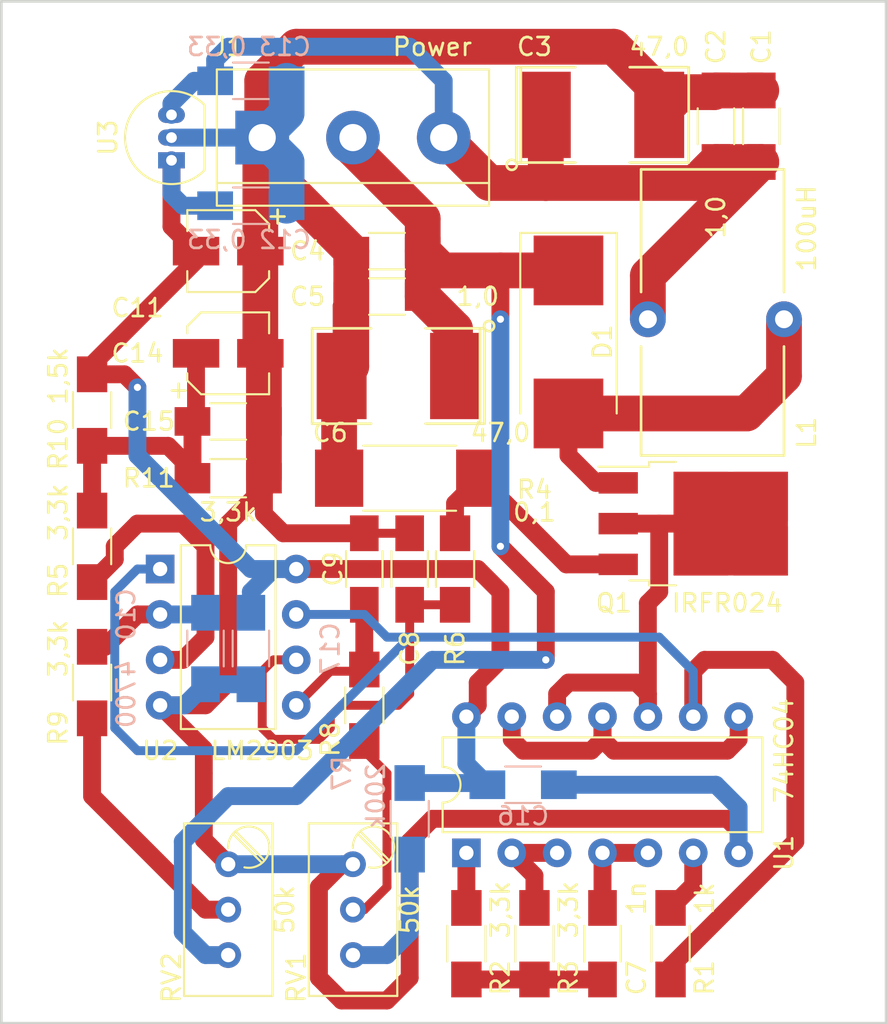
<source format=kicad_pcb>
(kicad_pcb (version 20171130) (host pcbnew "(5.0.0)")

  (general
    (thickness 1.6)
    (drawings 4)
    (tracks 236)
    (zones 0)
    (modules 40)
    (nets 23)
  )

  (page A4)
  (layers
    (0 F.Cu signal)
    (31 B.Cu signal)
    (32 B.Adhes user)
    (33 F.Adhes user)
    (34 B.Paste user)
    (35 F.Paste user)
    (36 B.SilkS user)
    (37 F.SilkS user)
    (38 B.Mask user)
    (39 F.Mask user)
    (40 Dwgs.User user)
    (41 Cmts.User user)
    (42 Eco1.User user)
    (43 Eco2.User user)
    (44 Edge.Cuts user)
    (45 Margin user)
    (46 B.CrtYd user)
    (47 F.CrtYd user)
    (48 B.Fab user)
    (49 F.Fab user)
  )

  (setup
    (last_trace_width 1)
    (user_trace_width 0.3)
    (user_trace_width 0.5)
    (user_trace_width 0.8)
    (user_trace_width 1)
    (user_trace_width 2)
    (trace_clearance 0.2)
    (zone_clearance 0.508)
    (zone_45_only no)
    (trace_min 0.2)
    (segment_width 0.2)
    (edge_width 0.15)
    (via_size 0.6)
    (via_drill 0.4)
    (via_min_size 0.4)
    (via_min_drill 0.3)
    (uvia_size 0.3)
    (uvia_drill 0.1)
    (uvias_allowed no)
    (uvia_min_size 0.2)
    (uvia_min_drill 0.1)
    (pcb_text_width 0.3)
    (pcb_text_size 1.5 1.5)
    (mod_edge_width 0.15)
    (mod_text_size 1 1)
    (mod_text_width 0.15)
    (pad_size 1.524 1.524)
    (pad_drill 0.762)
    (pad_to_mask_clearance 0.2)
    (aux_axis_origin 0 0)
    (visible_elements 7FFFFFFF)
    (pcbplotparams
      (layerselection 0x00030_80000001)
      (usegerberextensions false)
      (usegerberattributes false)
      (usegerberadvancedattributes false)
      (creategerberjobfile false)
      (excludeedgelayer true)
      (linewidth 0.100000)
      (plotframeref false)
      (viasonmask false)
      (mode 1)
      (useauxorigin false)
      (hpglpennumber 1)
      (hpglpenspeed 20)
      (hpglpendiameter 15.000000)
      (psnegative false)
      (psa4output false)
      (plotreference true)
      (plotvalue true)
      (plotinvisibletext false)
      (padsonsilk false)
      (subtractmaskfromsilk false)
      (outputformat 1)
      (mirror false)
      (drillshape 1)
      (scaleselection 1)
      (outputdirectory ""))
  )

  (net 0 "")
  (net 1 +6V)
  (net 2 GND)
  (net 3 /+12vOut)
  (net 4 "Net-(C7-Pad1)")
  (net 5 "Net-(C7-Pad2)")
  (net 6 "Net-(C8-Pad2)")
  (net 7 "Net-(C9-Pad1)")
  (net 8 "Net-(C10-Pad1)")
  (net 9 +3V3)
  (net 10 +2V5)
  (net 11 "Net-(D1-Pad2)")
  (net 12 "Net-(Q1-Pad2)")
  (net 13 "Net-(Q1-Pad3)")
  (net 14 "Net-(R1-Pad1)")
  (net 15 "Net-(R1-Pad2)")
  (net 16 "Net-(R2-Pad1)")
  (net 17 "Net-(R3-Pad1)")
  (net 18 "Net-(R5-Pad1)")
  (net 19 "Net-(R7-Pad2)")
  (net 20 "Net-(R8-Pad1)")
  (net 21 "Net-(R9-Pad1)")
  (net 22 "Net-(U1-Pad11)")

  (net_class Default "Это класс цепей по умолчанию."
    (clearance 0.2)
    (trace_width 0.25)
    (via_dia 0.6)
    (via_drill 0.4)
    (uvia_dia 0.3)
    (uvia_drill 0.1)
    (add_net +2V5)
    (add_net +3V3)
    (add_net +6V)
    (add_net /+12vOut)
    (add_net GND)
    (add_net "Net-(C10-Pad1)")
    (add_net "Net-(C7-Pad1)")
    (add_net "Net-(C7-Pad2)")
    (add_net "Net-(C8-Pad2)")
    (add_net "Net-(C9-Pad1)")
    (add_net "Net-(D1-Pad2)")
    (add_net "Net-(Q1-Pad2)")
    (add_net "Net-(Q1-Pad3)")
    (add_net "Net-(R1-Pad1)")
    (add_net "Net-(R1-Pad2)")
    (add_net "Net-(R2-Pad1)")
    (add_net "Net-(R3-Pad1)")
    (add_net "Net-(R5-Pad1)")
    (add_net "Net-(R7-Pad2)")
    (add_net "Net-(R8-Pad1)")
    (add_net "Net-(R9-Pad1)")
    (add_net "Net-(U1-Pad11)")
  )

  (module Mounting_Holes:MountingHole_3.2mm_M3 (layer F.Cu) (tedit 5ACFE180) (tstamp 5ACFE8D0)
    (at 176.53 52.07)
    (descr "Mounting Hole 3.2mm, no annular, M3")
    (tags "mounting hole 3.2mm no annular m3")
    (attr virtual)
    (fp_text reference "" (at 0 -4.2) (layer F.SilkS) hide
      (effects (font (size 1 1) (thickness 0.15)))
    )
    (fp_text value "" (at 0 4.2) (layer F.Fab)
      (effects (font (size 1 1) (thickness 0.15)))
    )
    (fp_text user %R (at 0.3 0) (layer F.Fab)
      (effects (font (size 1 1) (thickness 0.15)))
    )
    (fp_circle (center 0 0) (end 3.2 0) (layer Cmts.User) (width 0.15))
    (fp_circle (center 0 0) (end 3.45 0) (layer F.CrtYd) (width 0.05))
    (pad 1 np_thru_hole circle (at 0 0) (size 3.2 3.2) (drill 3.2) (layers *.Cu *.Mask))
  )

  (module Mounting_Holes:MountingHole_3.2mm_M3 (layer F.Cu) (tedit 5ACFE180) (tstamp 5ACFE8C9)
    (at 176.53 90.17)
    (descr "Mounting Hole 3.2mm, no annular, M3")
    (tags "mounting hole 3.2mm no annular m3")
    (attr virtual)
    (fp_text reference "" (at 0 -4.2) (layer F.SilkS) hide
      (effects (font (size 1 1) (thickness 0.15)))
    )
    (fp_text value "" (at 0 4.2) (layer F.Fab)
      (effects (font (size 1 1) (thickness 0.15)))
    )
    (fp_text user %R (at 0.3 0) (layer F.Fab)
      (effects (font (size 1 1) (thickness 0.15)))
    )
    (fp_circle (center 0 0) (end 3.2 0) (layer Cmts.User) (width 0.15))
    (fp_circle (center 0 0) (end 3.45 0) (layer F.CrtYd) (width 0.05))
    (pad 1 np_thru_hole circle (at 0 0) (size 3.2 3.2) (drill 3.2) (layers *.Cu *.Mask))
  )

  (module Capacitors_SMD:C_1206_HandSoldering (layer F.Cu) (tedit 5ACFED7A) (tstamp 5ACFD937)
    (at 213.995 45.085 90)
    (descr "Capacitor SMD 1206, hand soldering")
    (tags "capacitor 1206")
    (path /5AD05B5F)
    (attr smd)
    (fp_text reference C1 (at 4.445 0 90) (layer F.SilkS)
      (effects (font (size 1 1) (thickness 0.15)))
    )
    (fp_text value 0,1 (at 0 0 90) (layer F.Fab)
      (effects (font (size 1 1) (thickness 0.15)))
    )
    (fp_text user %R (at 4.445 0 90) (layer F.Fab)
      (effects (font (size 1 1) (thickness 0.15)))
    )
    (fp_line (start -1.6 0.8) (end -1.6 -0.8) (layer F.Fab) (width 0.1))
    (fp_line (start 1.6 0.8) (end -1.6 0.8) (layer F.Fab) (width 0.1))
    (fp_line (start 1.6 -0.8) (end 1.6 0.8) (layer F.Fab) (width 0.1))
    (fp_line (start -1.6 -0.8) (end 1.6 -0.8) (layer F.Fab) (width 0.1))
    (fp_line (start 1 -1.02) (end -1 -1.02) (layer F.SilkS) (width 0.12))
    (fp_line (start -1 1.02) (end 1 1.02) (layer F.SilkS) (width 0.12))
    (fp_line (start -3.25 -1.05) (end 3.25 -1.05) (layer F.CrtYd) (width 0.05))
    (fp_line (start -3.25 -1.05) (end -3.25 1.05) (layer F.CrtYd) (width 0.05))
    (fp_line (start 3.25 1.05) (end 3.25 -1.05) (layer F.CrtYd) (width 0.05))
    (fp_line (start 3.25 1.05) (end -3.25 1.05) (layer F.CrtYd) (width 0.05))
    (pad 1 smd rect (at -2 0 90) (size 2 1.6) (layers F.Cu F.Paste F.Mask)
      (net 1 +6V))
    (pad 2 smd rect (at 2 0 90) (size 2 1.6) (layers F.Cu F.Paste F.Mask)
      (net 2 GND))
    (model Capacitors_SMD.3dshapes/C_1206.wrl
      (at (xyz 0 0 0))
      (scale (xyz 1 1 1))
      (rotate (xyz 0 0 0))
    )
  )

  (module Capacitors_SMD:C_1206_HandSoldering (layer F.Cu) (tedit 5B996914) (tstamp 5ACFD93D)
    (at 211.455 45.085 90)
    (descr "Capacitor SMD 1206, hand soldering")
    (tags "capacitor 1206")
    (path /5AD009C5)
    (attr smd)
    (fp_text reference C2 (at 4.445 0 90) (layer F.SilkS)
      (effects (font (size 1 1) (thickness 0.15)))
    )
    (fp_text value 1,0 (at -5.08 0 90) (layer F.SilkS)
      (effects (font (size 1 1) (thickness 0.15)))
    )
    (fp_text user %R (at 4.445 0 90) (layer F.Fab)
      (effects (font (size 1 1) (thickness 0.15)))
    )
    (fp_line (start -1.6 0.8) (end -1.6 -0.8) (layer F.Fab) (width 0.1))
    (fp_line (start 1.6 0.8) (end -1.6 0.8) (layer F.Fab) (width 0.1))
    (fp_line (start 1.6 -0.8) (end 1.6 0.8) (layer F.Fab) (width 0.1))
    (fp_line (start -1.6 -0.8) (end 1.6 -0.8) (layer F.Fab) (width 0.1))
    (fp_line (start 1 -1.02) (end -1 -1.02) (layer F.SilkS) (width 0.12))
    (fp_line (start -1 1.02) (end 1 1.02) (layer F.SilkS) (width 0.12))
    (fp_line (start -3.25 -1.05) (end 3.25 -1.05) (layer F.CrtYd) (width 0.05))
    (fp_line (start -3.25 -1.05) (end -3.25 1.05) (layer F.CrtYd) (width 0.05))
    (fp_line (start 3.25 1.05) (end 3.25 -1.05) (layer F.CrtYd) (width 0.05))
    (fp_line (start 3.25 1.05) (end -3.25 1.05) (layer F.CrtYd) (width 0.05))
    (pad 1 smd rect (at -2 0 90) (size 2 1.6) (layers F.Cu F.Paste F.Mask)
      (net 1 +6V))
    (pad 2 smd rect (at 2 0 90) (size 2 1.6) (layers F.Cu F.Paste F.Mask)
      (net 2 GND))
    (model Capacitors_SMD.3dshapes/C_1206.wrl
      (at (xyz 0 0 0))
      (scale (xyz 1 1 1))
      (rotate (xyz 0 0 0))
    )
  )

  (module SMD_Packages:SMD-2112_Pol (layer F.Cu) (tedit 5B99693C) (tstamp 5ACFD943)
    (at 205.105 44.45)
    (path /5AD00953)
    (attr smd)
    (fp_text reference C3 (at -3.81 -3.81 180) (layer F.SilkS)
      (effects (font (size 1 1) (thickness 0.15)))
    )
    (fp_text value 47,0 (at 3.175 -3.81 180) (layer F.SilkS)
      (effects (font (size 1 1) (thickness 0.15)))
    )
    (fp_circle (center -5.08 2.794) (end -4.826 2.667) (layer F.SilkS) (width 0.15))
    (fp_line (start -4.572 -2.667) (end -4.572 2.667) (layer F.SilkS) (width 0.15))
    (fp_line (start -4.826 -2.667) (end -4.826 2.667) (layer F.SilkS) (width 0.15))
    (fp_line (start -1.524 2.667) (end -4.826 2.667) (layer F.SilkS) (width 0.15))
    (fp_line (start -1.524 -2.667) (end -4.826 -2.667) (layer F.SilkS) (width 0.15))
    (fp_line (start 1.524 -2.667) (end 4.826 -2.667) (layer F.SilkS) (width 0.15))
    (fp_line (start 4.826 -2.667) (end 4.826 2.667) (layer F.SilkS) (width 0.15))
    (fp_line (start 4.826 2.667) (end 1.524 2.667) (layer F.SilkS) (width 0.15))
    (pad 2 smd rect (at 3.175 0) (size 2.794 4.826) (layers F.Cu F.Paste F.Mask)
      (net 2 GND))
    (pad 1 smd rect (at -3.175 0) (size 2.794 4.826) (layers F.Cu F.Paste F.Mask)
      (net 1 +6V))
    (model SMD_Packages.3dshapes/SMD-2112_Pol.wrl
      (at (xyz 0 0 0))
      (scale (xyz 0.3 0.4 0.4))
      (rotate (xyz 0 0 0))
    )
  )

  (module Capacitors_SMD:C_1206_HandSoldering (layer F.Cu) (tedit 5ACFEDF0) (tstamp 5ACFD949)
    (at 193.04 52.07 180)
    (descr "Capacitor SMD 1206, hand soldering")
    (tags "capacitor 1206")
    (path /586EE9B5)
    (attr smd)
    (fp_text reference C4 (at 4.445 0 180) (layer F.SilkS)
      (effects (font (size 1 1) (thickness 0.15)))
    )
    (fp_text value 0,1 (at 0 0 180) (layer F.Fab)
      (effects (font (size 1 1) (thickness 0.15)))
    )
    (fp_text user %R (at 4.445 0 180) (layer F.Fab)
      (effects (font (size 1 1) (thickness 0.15)))
    )
    (fp_line (start -1.6 0.8) (end -1.6 -0.8) (layer F.Fab) (width 0.1))
    (fp_line (start 1.6 0.8) (end -1.6 0.8) (layer F.Fab) (width 0.1))
    (fp_line (start 1.6 -0.8) (end 1.6 0.8) (layer F.Fab) (width 0.1))
    (fp_line (start -1.6 -0.8) (end 1.6 -0.8) (layer F.Fab) (width 0.1))
    (fp_line (start 1 -1.02) (end -1 -1.02) (layer F.SilkS) (width 0.12))
    (fp_line (start -1 1.02) (end 1 1.02) (layer F.SilkS) (width 0.12))
    (fp_line (start -3.25 -1.05) (end 3.25 -1.05) (layer F.CrtYd) (width 0.05))
    (fp_line (start -3.25 -1.05) (end -3.25 1.05) (layer F.CrtYd) (width 0.05))
    (fp_line (start 3.25 1.05) (end 3.25 -1.05) (layer F.CrtYd) (width 0.05))
    (fp_line (start 3.25 1.05) (end -3.25 1.05) (layer F.CrtYd) (width 0.05))
    (pad 1 smd rect (at -2 0 180) (size 2 1.6) (layers F.Cu F.Paste F.Mask)
      (net 3 /+12vOut))
    (pad 2 smd rect (at 2 0 180) (size 2 1.6) (layers F.Cu F.Paste F.Mask)
      (net 2 GND))
    (model Capacitors_SMD.3dshapes/C_1206.wrl
      (at (xyz 0 0 0))
      (scale (xyz 1 1 1))
      (rotate (xyz 0 0 0))
    )
  )

  (module Capacitors_SMD:C_1206_HandSoldering (layer F.Cu) (tedit 5B996908) (tstamp 5ACFD94F)
    (at 193.04 54.61 180)
    (descr "Capacitor SMD 1206, hand soldering")
    (tags "capacitor 1206")
    (path /586EEA6A)
    (attr smd)
    (fp_text reference C5 (at 4.445 0 180) (layer F.SilkS)
      (effects (font (size 1 1) (thickness 0.15)))
    )
    (fp_text value 1,0 (at -5.08 0 180) (layer F.SilkS)
      (effects (font (size 1 1) (thickness 0.15)))
    )
    (fp_text user %R (at 4.445 0 180) (layer F.Fab)
      (effects (font (size 1 1) (thickness 0.15)))
    )
    (fp_line (start -1.6 0.8) (end -1.6 -0.8) (layer F.Fab) (width 0.1))
    (fp_line (start 1.6 0.8) (end -1.6 0.8) (layer F.Fab) (width 0.1))
    (fp_line (start 1.6 -0.8) (end 1.6 0.8) (layer F.Fab) (width 0.1))
    (fp_line (start -1.6 -0.8) (end 1.6 -0.8) (layer F.Fab) (width 0.1))
    (fp_line (start 1 -1.02) (end -1 -1.02) (layer F.SilkS) (width 0.12))
    (fp_line (start -1 1.02) (end 1 1.02) (layer F.SilkS) (width 0.12))
    (fp_line (start -3.25 -1.05) (end 3.25 -1.05) (layer F.CrtYd) (width 0.05))
    (fp_line (start -3.25 -1.05) (end -3.25 1.05) (layer F.CrtYd) (width 0.05))
    (fp_line (start 3.25 1.05) (end 3.25 -1.05) (layer F.CrtYd) (width 0.05))
    (fp_line (start 3.25 1.05) (end -3.25 1.05) (layer F.CrtYd) (width 0.05))
    (pad 1 smd rect (at -2 0 180) (size 2 1.6) (layers F.Cu F.Paste F.Mask)
      (net 3 /+12vOut))
    (pad 2 smd rect (at 2 0 180) (size 2 1.6) (layers F.Cu F.Paste F.Mask)
      (net 2 GND))
    (model Capacitors_SMD.3dshapes/C_1206.wrl
      (at (xyz 0 0 0))
      (scale (xyz 1 1 1))
      (rotate (xyz 0 0 0))
    )
  )

  (module SMD_Packages:SMD-2112_Pol (layer F.Cu) (tedit 5B99696E) (tstamp 5ACFD955)
    (at 193.675 59.055 180)
    (path /586EEAC9)
    (attr smd)
    (fp_text reference C6 (at 3.81 -3.175) (layer F.SilkS)
      (effects (font (size 1 1) (thickness 0.15)))
    )
    (fp_text value 47,0 (at -5.715 -3.175) (layer F.SilkS)
      (effects (font (size 1 1) (thickness 0.15)))
    )
    (fp_circle (center -5.08 2.794) (end -4.826 2.667) (layer F.SilkS) (width 0.15))
    (fp_line (start -4.572 -2.667) (end -4.572 2.667) (layer F.SilkS) (width 0.15))
    (fp_line (start -4.826 -2.667) (end -4.826 2.667) (layer F.SilkS) (width 0.15))
    (fp_line (start -1.524 2.667) (end -4.826 2.667) (layer F.SilkS) (width 0.15))
    (fp_line (start -1.524 -2.667) (end -4.826 -2.667) (layer F.SilkS) (width 0.15))
    (fp_line (start 1.524 -2.667) (end 4.826 -2.667) (layer F.SilkS) (width 0.15))
    (fp_line (start 4.826 -2.667) (end 4.826 2.667) (layer F.SilkS) (width 0.15))
    (fp_line (start 4.826 2.667) (end 1.524 2.667) (layer F.SilkS) (width 0.15))
    (pad 2 smd rect (at 3.175 0 180) (size 2.794 4.826) (layers F.Cu F.Paste F.Mask)
      (net 2 GND))
    (pad 1 smd rect (at -3.175 0 180) (size 2.794 4.826) (layers F.Cu F.Paste F.Mask)
      (net 3 /+12vOut))
    (model SMD_Packages.3dshapes/SMD-2112_Pol.wrl
      (at (xyz 0 0 0))
      (scale (xyz 0.3 0.4 0.4))
      (rotate (xyz 0 0 0))
    )
  )

  (module Capacitors_SMD:C_1206_HandSoldering (layer F.Cu) (tedit 5B996866) (tstamp 5ACFD95B)
    (at 205.105 90.805 270)
    (descr "Capacitor SMD 1206, hand soldering")
    (tags "capacitor 1206")
    (path /586EDD4F)
    (attr smd)
    (fp_text reference C7 (at 1.905 -1.905 270) (layer F.SilkS)
      (effects (font (size 1 1) (thickness 0.15)))
    )
    (fp_text value 1n (at -2.54 -1.905 270) (layer F.SilkS)
      (effects (font (size 1 1) (thickness 0.15)))
    )
    (fp_text user %R (at 1.905 -1.905 270) (layer F.Fab)
      (effects (font (size 1 1) (thickness 0.15)))
    )
    (fp_line (start -1.6 0.8) (end -1.6 -0.8) (layer F.Fab) (width 0.1))
    (fp_line (start 1.6 0.8) (end -1.6 0.8) (layer F.Fab) (width 0.1))
    (fp_line (start 1.6 -0.8) (end 1.6 0.8) (layer F.Fab) (width 0.1))
    (fp_line (start -1.6 -0.8) (end 1.6 -0.8) (layer F.Fab) (width 0.1))
    (fp_line (start 1 -1.02) (end -1 -1.02) (layer F.SilkS) (width 0.12))
    (fp_line (start -1 1.02) (end 1 1.02) (layer F.SilkS) (width 0.12))
    (fp_line (start -3.25 -1.05) (end 3.25 -1.05) (layer F.CrtYd) (width 0.05))
    (fp_line (start -3.25 -1.05) (end -3.25 1.05) (layer F.CrtYd) (width 0.05))
    (fp_line (start 3.25 1.05) (end 3.25 -1.05) (layer F.CrtYd) (width 0.05))
    (fp_line (start 3.25 1.05) (end -3.25 1.05) (layer F.CrtYd) (width 0.05))
    (pad 1 smd rect (at -2 0 270) (size 2 1.6) (layers F.Cu F.Paste F.Mask)
      (net 4 "Net-(C7-Pad1)"))
    (pad 2 smd rect (at 2 0 270) (size 2 1.6) (layers F.Cu F.Paste F.Mask)
      (net 5 "Net-(C7-Pad2)"))
    (model Capacitors_SMD.3dshapes/C_1206.wrl
      (at (xyz 0 0 0))
      (scale (xyz 1 1 1))
      (rotate (xyz 0 0 0))
    )
  )

  (module Capacitors_SMD:C_1206_HandSoldering (layer F.Cu) (tedit 5ACFEE59) (tstamp 5ACFD961)
    (at 194.31 69.85 270)
    (descr "Capacitor SMD 1206, hand soldering")
    (tags "capacitor 1206")
    (path /5AD031FA)
    (attr smd)
    (fp_text reference C8 (at 4.445 0 270) (layer F.SilkS)
      (effects (font (size 1 1) (thickness 0.15)))
    )
    (fp_text value 0,1 (at 0 0 270) (layer F.Fab)
      (effects (font (size 1 1) (thickness 0.15)))
    )
    (fp_text user %R (at 4.445 0 270) (layer F.Fab)
      (effects (font (size 1 1) (thickness 0.15)))
    )
    (fp_line (start -1.6 0.8) (end -1.6 -0.8) (layer F.Fab) (width 0.1))
    (fp_line (start 1.6 0.8) (end -1.6 0.8) (layer F.Fab) (width 0.1))
    (fp_line (start 1.6 -0.8) (end 1.6 0.8) (layer F.Fab) (width 0.1))
    (fp_line (start -1.6 -0.8) (end 1.6 -0.8) (layer F.Fab) (width 0.1))
    (fp_line (start 1 -1.02) (end -1 -1.02) (layer F.SilkS) (width 0.12))
    (fp_line (start -1 1.02) (end 1 1.02) (layer F.SilkS) (width 0.12))
    (fp_line (start -3.25 -1.05) (end 3.25 -1.05) (layer F.CrtYd) (width 0.05))
    (fp_line (start -3.25 -1.05) (end -3.25 1.05) (layer F.CrtYd) (width 0.05))
    (fp_line (start 3.25 1.05) (end 3.25 -1.05) (layer F.CrtYd) (width 0.05))
    (fp_line (start 3.25 1.05) (end -3.25 1.05) (layer F.CrtYd) (width 0.05))
    (pad 1 smd rect (at -2 0 270) (size 2 1.6) (layers F.Cu F.Paste F.Mask)
      (net 2 GND))
    (pad 2 smd rect (at 2 0 270) (size 2 1.6) (layers F.Cu F.Paste F.Mask)
      (net 6 "Net-(C8-Pad2)"))
    (model Capacitors_SMD.3dshapes/C_1206.wrl
      (at (xyz 0 0 0))
      (scale (xyz 1 1 1))
      (rotate (xyz 0 0 0))
    )
  )

  (module Capacitors_SMD:C_1206_HandSoldering (layer F.Cu) (tedit 5ACFEE55) (tstamp 5ACFD967)
    (at 191.77 69.85 90)
    (descr "Capacitor SMD 1206, hand soldering")
    (tags "capacitor 1206")
    (path /5AD02C21)
    (attr smd)
    (fp_text reference C9 (at 0 -1.75 90) (layer F.SilkS)
      (effects (font (size 1 1) (thickness 0.15)))
    )
    (fp_text value 0,1 (at 0 0 90) (layer F.Fab)
      (effects (font (size 1 1) (thickness 0.15)))
    )
    (fp_text user %R (at 0 -1.75 90) (layer F.Fab)
      (effects (font (size 1 1) (thickness 0.15)))
    )
    (fp_line (start -1.6 0.8) (end -1.6 -0.8) (layer F.Fab) (width 0.1))
    (fp_line (start 1.6 0.8) (end -1.6 0.8) (layer F.Fab) (width 0.1))
    (fp_line (start 1.6 -0.8) (end 1.6 0.8) (layer F.Fab) (width 0.1))
    (fp_line (start -1.6 -0.8) (end 1.6 -0.8) (layer F.Fab) (width 0.1))
    (fp_line (start 1 -1.02) (end -1 -1.02) (layer F.SilkS) (width 0.12))
    (fp_line (start -1 1.02) (end 1 1.02) (layer F.SilkS) (width 0.12))
    (fp_line (start -3.25 -1.05) (end 3.25 -1.05) (layer F.CrtYd) (width 0.05))
    (fp_line (start -3.25 -1.05) (end -3.25 1.05) (layer F.CrtYd) (width 0.05))
    (fp_line (start 3.25 1.05) (end 3.25 -1.05) (layer F.CrtYd) (width 0.05))
    (fp_line (start 3.25 1.05) (end -3.25 1.05) (layer F.CrtYd) (width 0.05))
    (pad 1 smd rect (at -2 0 90) (size 2 1.6) (layers F.Cu F.Paste F.Mask)
      (net 7 "Net-(C9-Pad1)"))
    (pad 2 smd rect (at 2 0 90) (size 2 1.6) (layers F.Cu F.Paste F.Mask)
      (net 2 GND))
    (model Capacitors_SMD.3dshapes/C_1206.wrl
      (at (xyz 0 0 0))
      (scale (xyz 1 1 1))
      (rotate (xyz 0 0 0))
    )
  )

  (module Capacitors_SMD:C_1206_HandSoldering (layer B.Cu) (tedit 5B9969CD) (tstamp 5ACFD96D)
    (at 182.88 74.295 270)
    (descr "Capacitor SMD 1206, hand soldering")
    (tags "capacitor 1206")
    (path /586EE399)
    (attr smd)
    (fp_text reference C10 (at -1.905 4.445 270) (layer B.SilkS)
      (effects (font (size 1 1) (thickness 0.15)) (justify mirror))
    )
    (fp_text value 4700 (at 2.54 4.445 270) (layer B.SilkS)
      (effects (font (size 1 1) (thickness 0.15)) (justify mirror))
    )
    (fp_text user %R (at -1.905 4.445 270) (layer B.Fab)
      (effects (font (size 1 1) (thickness 0.15)) (justify mirror))
    )
    (fp_line (start -1.6 -0.8) (end -1.6 0.8) (layer B.Fab) (width 0.1))
    (fp_line (start 1.6 -0.8) (end -1.6 -0.8) (layer B.Fab) (width 0.1))
    (fp_line (start 1.6 0.8) (end 1.6 -0.8) (layer B.Fab) (width 0.1))
    (fp_line (start -1.6 0.8) (end 1.6 0.8) (layer B.Fab) (width 0.1))
    (fp_line (start 1 1.02) (end -1 1.02) (layer B.SilkS) (width 0.12))
    (fp_line (start -1 -1.02) (end 1 -1.02) (layer B.SilkS) (width 0.12))
    (fp_line (start -3.25 1.05) (end 3.25 1.05) (layer B.CrtYd) (width 0.05))
    (fp_line (start -3.25 1.05) (end -3.25 -1.05) (layer B.CrtYd) (width 0.05))
    (fp_line (start 3.25 -1.05) (end 3.25 1.05) (layer B.CrtYd) (width 0.05))
    (fp_line (start 3.25 -1.05) (end -3.25 -1.05) (layer B.CrtYd) (width 0.05))
    (pad 1 smd rect (at -2 0 270) (size 2 1.6) (layers B.Cu B.Paste B.Mask)
      (net 8 "Net-(C10-Pad1)"))
    (pad 2 smd rect (at 2 0 270) (size 2 1.6) (layers B.Cu B.Paste B.Mask)
      (net 2 GND))
    (model Capacitors_SMD.3dshapes/C_1206.wrl
      (at (xyz 0 0 0))
      (scale (xyz 1 1 1))
      (rotate (xyz 0 0 0))
    )
  )

  (module Capacitors_SMD:CP_Elec_4x5.3 (layer F.Cu) (tedit 5ACFEF51) (tstamp 5ACFD973)
    (at 184.15 52.07 180)
    (descr "SMT capacitor, aluminium electrolytic, 4x5.3")
    (path /5AD041BD)
    (attr smd)
    (fp_text reference C11 (at 5.08 -3.175 180) (layer F.SilkS)
      (effects (font (size 1 1) (thickness 0.15)))
    )
    (fp_text value 10,0 (at 0 -6.985 180) (layer F.Fab)
      (effects (font (size 1 1) (thickness 0.15)))
    )
    (fp_circle (center 0 0) (end 0 2.1) (layer F.Fab) (width 0.1))
    (fp_text user + (at -1.21 -0.08 180) (layer F.Fab)
      (effects (font (size 1 1) (thickness 0.15)))
    )
    (fp_text user + (at -2.77 2.01 180) (layer F.SilkS)
      (effects (font (size 1 1) (thickness 0.15)))
    )
    (fp_text user %R (at 5.08 -3.175 180) (layer F.Fab)
      (effects (font (size 1 1) (thickness 0.15)))
    )
    (fp_line (start 2.13 2.13) (end 2.13 -2.13) (layer F.Fab) (width 0.1))
    (fp_line (start -1.46 2.13) (end 2.13 2.13) (layer F.Fab) (width 0.1))
    (fp_line (start -2.13 1.46) (end -1.46 2.13) (layer F.Fab) (width 0.1))
    (fp_line (start -2.13 -1.46) (end -2.13 1.46) (layer F.Fab) (width 0.1))
    (fp_line (start -1.46 -2.13) (end -2.13 -1.46) (layer F.Fab) (width 0.1))
    (fp_line (start 2.13 -2.13) (end -1.46 -2.13) (layer F.Fab) (width 0.1))
    (fp_line (start -2.29 -1.52) (end -2.29 -1.12) (layer F.SilkS) (width 0.12))
    (fp_line (start 2.29 -2.29) (end 2.29 -1.12) (layer F.SilkS) (width 0.12))
    (fp_line (start 2.29 2.29) (end 2.29 1.12) (layer F.SilkS) (width 0.12))
    (fp_line (start -2.29 1.52) (end -2.29 1.12) (layer F.SilkS) (width 0.12))
    (fp_line (start -1.52 2.29) (end 2.29 2.29) (layer F.SilkS) (width 0.12))
    (fp_line (start -1.52 2.29) (end -2.29 1.52) (layer F.SilkS) (width 0.12))
    (fp_line (start -1.52 -2.29) (end 2.29 -2.29) (layer F.SilkS) (width 0.12))
    (fp_line (start -1.52 -2.29) (end -2.29 -1.52) (layer F.SilkS) (width 0.12))
    (fp_line (start -3.35 -2.39) (end 3.35 -2.39) (layer F.CrtYd) (width 0.05))
    (fp_line (start -3.35 -2.39) (end -3.35 2.38) (layer F.CrtYd) (width 0.05))
    (fp_line (start 3.35 2.38) (end 3.35 -2.39) (layer F.CrtYd) (width 0.05))
    (fp_line (start 3.35 2.38) (end -3.35 2.38) (layer F.CrtYd) (width 0.05))
    (pad 1 smd rect (at -1.8 0) (size 2.6 1.6) (layers F.Cu F.Paste F.Mask)
      (net 2 GND))
    (pad 2 smd rect (at 1.8 0) (size 2.6 1.6) (layers F.Cu F.Paste F.Mask)
      (net 9 +3V3))
    (model Capacitors_SMD.3dshapes/CP_Elec_4x5.3.wrl
      (at (xyz 0 0 0))
      (scale (xyz 1 1 1))
      (rotate (xyz 0 0 180))
    )
  )

  (module Capacitors_SMD:C_1206_HandSoldering (layer B.Cu) (tedit 5B9969F6) (tstamp 5ACFD979)
    (at 185.42 49.53)
    (descr "Capacitor SMD 1206, hand soldering")
    (tags "capacitor 1206")
    (path /5AD01F7E)
    (attr smd)
    (fp_text reference C12 (at 1.905 1.905) (layer B.SilkS)
      (effects (font (size 1 1) (thickness 0.15)) (justify mirror))
    )
    (fp_text value 0,33 (at -1.905 1.905) (layer B.SilkS)
      (effects (font (size 1 1) (thickness 0.15)) (justify mirror))
    )
    (fp_text user %R (at 1.905 1.905) (layer B.Fab)
      (effects (font (size 1 1) (thickness 0.15)) (justify mirror))
    )
    (fp_line (start -1.6 -0.8) (end -1.6 0.8) (layer B.Fab) (width 0.1))
    (fp_line (start 1.6 -0.8) (end -1.6 -0.8) (layer B.Fab) (width 0.1))
    (fp_line (start 1.6 0.8) (end 1.6 -0.8) (layer B.Fab) (width 0.1))
    (fp_line (start -1.6 0.8) (end 1.6 0.8) (layer B.Fab) (width 0.1))
    (fp_line (start 1 1.02) (end -1 1.02) (layer B.SilkS) (width 0.12))
    (fp_line (start -1 -1.02) (end 1 -1.02) (layer B.SilkS) (width 0.12))
    (fp_line (start -3.25 1.05) (end 3.25 1.05) (layer B.CrtYd) (width 0.05))
    (fp_line (start -3.25 1.05) (end -3.25 -1.05) (layer B.CrtYd) (width 0.05))
    (fp_line (start 3.25 -1.05) (end 3.25 1.05) (layer B.CrtYd) (width 0.05))
    (fp_line (start 3.25 -1.05) (end -3.25 -1.05) (layer B.CrtYd) (width 0.05))
    (pad 1 smd rect (at -2 0) (size 2 1.6) (layers B.Cu B.Paste B.Mask)
      (net 9 +3V3))
    (pad 2 smd rect (at 2 0) (size 2 1.6) (layers B.Cu B.Paste B.Mask)
      (net 2 GND))
    (model Capacitors_SMD.3dshapes/C_1206.wrl
      (at (xyz 0 0 0))
      (scale (xyz 1 1 1))
      (rotate (xyz 0 0 0))
    )
  )

  (module Capacitors_SMD:C_1206_HandSoldering (layer B.Cu) (tedit 5B996A03) (tstamp 5ACFD97F)
    (at 185.42 42.545)
    (descr "Capacitor SMD 1206, hand soldering")
    (tags "capacitor 1206")
    (path /5AD0607E)
    (attr smd)
    (fp_text reference C13 (at 1.905 -1.905) (layer B.SilkS)
      (effects (font (size 1 1) (thickness 0.15)) (justify mirror))
    )
    (fp_text value 0,33 (at -1.905 -1.905) (layer B.SilkS)
      (effects (font (size 1 1) (thickness 0.15)) (justify mirror))
    )
    (fp_text user %R (at 1.905 -1.905) (layer B.Fab)
      (effects (font (size 1 1) (thickness 0.15)) (justify mirror))
    )
    (fp_line (start -1.6 -0.8) (end -1.6 0.8) (layer B.Fab) (width 0.1))
    (fp_line (start 1.6 -0.8) (end -1.6 -0.8) (layer B.Fab) (width 0.1))
    (fp_line (start 1.6 0.8) (end 1.6 -0.8) (layer B.Fab) (width 0.1))
    (fp_line (start -1.6 0.8) (end 1.6 0.8) (layer B.Fab) (width 0.1))
    (fp_line (start 1 1.02) (end -1 1.02) (layer B.SilkS) (width 0.12))
    (fp_line (start -1 -1.02) (end 1 -1.02) (layer B.SilkS) (width 0.12))
    (fp_line (start -3.25 1.05) (end 3.25 1.05) (layer B.CrtYd) (width 0.05))
    (fp_line (start -3.25 1.05) (end -3.25 -1.05) (layer B.CrtYd) (width 0.05))
    (fp_line (start 3.25 -1.05) (end 3.25 1.05) (layer B.CrtYd) (width 0.05))
    (fp_line (start 3.25 -1.05) (end -3.25 -1.05) (layer B.CrtYd) (width 0.05))
    (pad 1 smd rect (at -2 0) (size 2 1.6) (layers B.Cu B.Paste B.Mask)
      (net 1 +6V))
    (pad 2 smd rect (at 2 0) (size 2 1.6) (layers B.Cu B.Paste B.Mask)
      (net 2 GND))
    (model Capacitors_SMD.3dshapes/C_1206.wrl
      (at (xyz 0 0 0))
      (scale (xyz 1 1 1))
      (rotate (xyz 0 0 0))
    )
  )

  (module Capacitors_SMD:C_1206_HandSoldering (layer F.Cu) (tedit 5ACFEF2E) (tstamp 5ACFD985)
    (at 184.15 61.595)
    (descr "Capacitor SMD 1206, hand soldering")
    (tags "capacitor 1206")
    (path /586EE0BF)
    (attr smd)
    (fp_text reference C14 (at -5.08 -3.81) (layer F.SilkS)
      (effects (font (size 1 1) (thickness 0.15)))
    )
    (fp_text value 0,1 (at 0 0) (layer F.Fab)
      (effects (font (size 1 1) (thickness 0.15)))
    )
    (fp_text user %R (at -5.08 -3.81) (layer F.Fab)
      (effects (font (size 1 1) (thickness 0.15)))
    )
    (fp_line (start -1.6 0.8) (end -1.6 -0.8) (layer F.Fab) (width 0.1))
    (fp_line (start 1.6 0.8) (end -1.6 0.8) (layer F.Fab) (width 0.1))
    (fp_line (start 1.6 -0.8) (end 1.6 0.8) (layer F.Fab) (width 0.1))
    (fp_line (start -1.6 -0.8) (end 1.6 -0.8) (layer F.Fab) (width 0.1))
    (fp_line (start 1 -1.02) (end -1 -1.02) (layer F.SilkS) (width 0.12))
    (fp_line (start -1 1.02) (end 1 1.02) (layer F.SilkS) (width 0.12))
    (fp_line (start -3.25 -1.05) (end 3.25 -1.05) (layer F.CrtYd) (width 0.05))
    (fp_line (start -3.25 -1.05) (end -3.25 1.05) (layer F.CrtYd) (width 0.05))
    (fp_line (start 3.25 1.05) (end 3.25 -1.05) (layer F.CrtYd) (width 0.05))
    (fp_line (start 3.25 1.05) (end -3.25 1.05) (layer F.CrtYd) (width 0.05))
    (pad 1 smd rect (at -2 0) (size 2 1.6) (layers F.Cu F.Paste F.Mask)
      (net 10 +2V5))
    (pad 2 smd rect (at 2 0) (size 2 1.6) (layers F.Cu F.Paste F.Mask)
      (net 2 GND))
    (model Capacitors_SMD.3dshapes/C_1206.wrl
      (at (xyz 0 0 0))
      (scale (xyz 1 1 1))
      (rotate (xyz 0 0 0))
    )
  )

  (module Capacitors_SMD:CP_Elec_4x5.3 (layer F.Cu) (tedit 5ACFEF38) (tstamp 5ACFD98B)
    (at 184.15 57.785)
    (descr "SMT capacitor, aluminium electrolytic, 4x5.3")
    (path /5AD01E76)
    (attr smd)
    (fp_text reference C15 (at -4.445 3.81) (layer F.SilkS)
      (effects (font (size 1 1) (thickness 0.15)))
    )
    (fp_text value 10,0 (at 0 -4.445) (layer F.Fab)
      (effects (font (size 1 1) (thickness 0.15)))
    )
    (fp_circle (center 0 0) (end 0 2.1) (layer F.Fab) (width 0.1))
    (fp_text user + (at -1.21 -0.08) (layer F.Fab)
      (effects (font (size 1 1) (thickness 0.15)))
    )
    (fp_text user + (at -2.77 2.01) (layer F.SilkS)
      (effects (font (size 1 1) (thickness 0.15)))
    )
    (fp_text user %R (at -4.445 3.81) (layer F.Fab)
      (effects (font (size 1 1) (thickness 0.15)))
    )
    (fp_line (start 2.13 2.13) (end 2.13 -2.13) (layer F.Fab) (width 0.1))
    (fp_line (start -1.46 2.13) (end 2.13 2.13) (layer F.Fab) (width 0.1))
    (fp_line (start -2.13 1.46) (end -1.46 2.13) (layer F.Fab) (width 0.1))
    (fp_line (start -2.13 -1.46) (end -2.13 1.46) (layer F.Fab) (width 0.1))
    (fp_line (start -1.46 -2.13) (end -2.13 -1.46) (layer F.Fab) (width 0.1))
    (fp_line (start 2.13 -2.13) (end -1.46 -2.13) (layer F.Fab) (width 0.1))
    (fp_line (start -2.29 -1.52) (end -2.29 -1.12) (layer F.SilkS) (width 0.12))
    (fp_line (start 2.29 -2.29) (end 2.29 -1.12) (layer F.SilkS) (width 0.12))
    (fp_line (start 2.29 2.29) (end 2.29 1.12) (layer F.SilkS) (width 0.12))
    (fp_line (start -2.29 1.52) (end -2.29 1.12) (layer F.SilkS) (width 0.12))
    (fp_line (start -1.52 2.29) (end 2.29 2.29) (layer F.SilkS) (width 0.12))
    (fp_line (start -1.52 2.29) (end -2.29 1.52) (layer F.SilkS) (width 0.12))
    (fp_line (start -1.52 -2.29) (end 2.29 -2.29) (layer F.SilkS) (width 0.12))
    (fp_line (start -1.52 -2.29) (end -2.29 -1.52) (layer F.SilkS) (width 0.12))
    (fp_line (start -3.35 -2.39) (end 3.35 -2.39) (layer F.CrtYd) (width 0.05))
    (fp_line (start -3.35 -2.39) (end -3.35 2.38) (layer F.CrtYd) (width 0.05))
    (fp_line (start 3.35 2.38) (end 3.35 -2.39) (layer F.CrtYd) (width 0.05))
    (fp_line (start 3.35 2.38) (end -3.35 2.38) (layer F.CrtYd) (width 0.05))
    (pad 1 smd rect (at -1.8 0 180) (size 2.6 1.6) (layers F.Cu F.Paste F.Mask)
      (net 10 +2V5))
    (pad 2 smd rect (at 1.8 0 180) (size 2.6 1.6) (layers F.Cu F.Paste F.Mask)
      (net 2 GND))
    (model Capacitors_SMD.3dshapes/CP_Elec_4x5.3.wrl
      (at (xyz 0 0 0))
      (scale (xyz 1 1 1))
      (rotate (xyz 0 0 180))
    )
  )

  (module Diodes_SMD:D_3220 (layer F.Cu) (tedit 5ACFEE03) (tstamp 5ACFD991)
    (at 203.2 57.15 270)
    (descr "Diode SMD 3220, reflow soldering http://datasheets.avx.com/schottky.pdf")
    (tags "Diode 3220")
    (path /586EE7DF)
    (attr smd)
    (fp_text reference D1 (at 0 -1.905 270) (layer F.SilkS)
      (effects (font (size 1 1) (thickness 0.15)))
    )
    (fp_text value SB360 (at 0 1.905 270) (layer F.Fab)
      (effects (font (size 1 1) (thickness 0.15)))
    )
    (fp_text user %R (at 0 -1.905 270) (layer F.Fab)
      (effects (font (size 1 1) (thickness 0.15)))
    )
    (fp_line (start -6.1 2.7) (end -6.1 -2.7) (layer F.SilkS) (width 0.12))
    (fp_line (start 4 2.5) (end -4 2.5) (layer F.Fab) (width 0.1))
    (fp_line (start -4 2.5) (end -4 -2.5) (layer F.Fab) (width 0.1))
    (fp_line (start 4 -2.5) (end 4 2.5) (layer F.Fab) (width 0.1))
    (fp_line (start 4 -2.5) (end -4 -2.5) (layer F.Fab) (width 0.1))
    (fp_line (start -6.25 -2.85) (end 6.25 -2.85) (layer F.CrtYd) (width 0.05))
    (fp_line (start -6.25 2.85) (end -6.25 -2.85) (layer F.CrtYd) (width 0.05))
    (fp_line (start -0.64944 0.00102) (end -1.55114 0.00102) (layer F.Fab) (width 0.1))
    (fp_line (start 0.50118 0.00102) (end 1.4994 0.00102) (layer F.Fab) (width 0.1))
    (fp_line (start -0.64944 -0.79908) (end -0.64944 0.80112) (layer F.Fab) (width 0.1))
    (fp_line (start 0.50118 0.75032) (end 0.50118 -0.79908) (layer F.Fab) (width 0.1))
    (fp_line (start -0.64944 0.00102) (end 0.50118 0.75032) (layer F.Fab) (width 0.1))
    (fp_line (start -0.64944 0.00102) (end 0.50118 -0.79908) (layer F.Fab) (width 0.1))
    (fp_line (start -6.1 2.7) (end 4 2.7) (layer F.SilkS) (width 0.12))
    (fp_line (start -6.1 -2.7) (end 4 -2.7) (layer F.SilkS) (width 0.12))
    (fp_line (start 6.25 2.85) (end 6.25 -2.85) (layer F.CrtYd) (width 0.05))
    (fp_line (start -6.25 2.85) (end 6.25 2.85) (layer F.CrtYd) (width 0.05))
    (pad 1 smd rect (at -4 0) (size 3.9 3.9) (layers F.Cu F.Paste F.Mask)
      (net 3 /+12vOut))
    (pad 2 smd rect (at 4 0) (size 3.9 3.9) (layers F.Cu F.Paste F.Mask)
      (net 11 "Net-(D1-Pad2)"))
    (model ${KISYS3DMOD}/Diodes_SMD.3dshapes/D_3220.wrl
      (at (xyz 0 0 0))
      (scale (xyz 1 1 1))
      (rotate (xyz 0 0 0))
    )
  )

  (module Connectors_Terminal_Blocks:TerminalBlock_bornier-3_P5.08mm (layer F.Cu) (tedit 5ACFEDC7) (tstamp 5ACFD998)
    (at 186.055 45.72)
    (descr "simple 3-pin terminal block, pitch 5.08mm, revamped version of bornier3")
    (tags "terminal block bornier3")
    (path /586EE892)
    (fp_text reference J1 (at -1.905 -5.08) (layer F.SilkS)
      (effects (font (size 1 1) (thickness 0.15)))
    )
    (fp_text value Power (at 9.525 -5.08) (layer F.SilkS)
      (effects (font (size 1 1) (thickness 0.15)))
    )
    (fp_text user %R (at -1.905 -5.08) (layer F.Fab)
      (effects (font (size 1 1) (thickness 0.15)))
    )
    (fp_line (start -2.47 2.55) (end 12.63 2.55) (layer F.Fab) (width 0.1))
    (fp_line (start -2.47 -3.75) (end 12.63 -3.75) (layer F.Fab) (width 0.1))
    (fp_line (start 12.63 -3.75) (end 12.63 3.75) (layer F.Fab) (width 0.1))
    (fp_line (start 12.63 3.75) (end -2.47 3.75) (layer F.Fab) (width 0.1))
    (fp_line (start -2.47 3.75) (end -2.47 -3.75) (layer F.Fab) (width 0.1))
    (fp_line (start -2.54 3.81) (end -2.54 -3.81) (layer F.SilkS) (width 0.12))
    (fp_line (start 12.7 3.81) (end 12.7 -3.81) (layer F.SilkS) (width 0.12))
    (fp_line (start -2.54 2.54) (end 12.7 2.54) (layer F.SilkS) (width 0.12))
    (fp_line (start -2.54 -3.81) (end 12.7 -3.81) (layer F.SilkS) (width 0.12))
    (fp_line (start -2.54 3.81) (end 12.7 3.81) (layer F.SilkS) (width 0.12))
    (fp_line (start -2.72 -4) (end 12.88 -4) (layer F.CrtYd) (width 0.05))
    (fp_line (start -2.72 -4) (end -2.72 4) (layer F.CrtYd) (width 0.05))
    (fp_line (start 12.88 4) (end 12.88 -4) (layer F.CrtYd) (width 0.05))
    (fp_line (start 12.88 4) (end -2.72 4) (layer F.CrtYd) (width 0.05))
    (pad 1 thru_hole rect (at 0 0) (size 3 3) (drill 1.52) (layers *.Cu *.Mask)
      (net 2 GND))
    (pad 2 thru_hole circle (at 5.08 0) (size 3 3) (drill 1.52) (layers *.Cu *.Mask)
      (net 3 /+12vOut))
    (pad 3 thru_hole circle (at 10.16 0) (size 3 3) (drill 1.52) (layers *.Cu *.Mask)
      (net 1 +6V))
    (model ${KISYS3DMOD}/Terminal_Blocks.3dshapes/TerminalBlock_bornier-3_P5.08mm.wrl
      (offset (xyz 5.079999923706055 0 0))
      (scale (xyz 1 1 1))
      (rotate (xyz 0 0 0))
    )
  )

  (module Choke_Toroid_ThroughHole:Choke_Toroid_8x16mm_Vertical (layer F.Cu) (tedit 5ACFED3C) (tstamp 5ACFD99E)
    (at 215.265 63.5 90)
    (descr "Toroid, Coil, Choke,  6,5mm x 13mm, Vertical, Inductor, Drossel, Thruhole,")
    (tags "Toroid, Coil, Choke,  6,5mm x 13mm, Vertical, Inductor, Drossel, Thruhole,")
    (path /586EE6E3)
    (fp_text reference L1 (at 1.27 1.27 90) (layer F.SilkS)
      (effects (font (size 1 1) (thickness 0.15)))
    )
    (fp_text value 100uH (at 12.7 1.27 90) (layer F.SilkS)
      (effects (font (size 1 1) (thickness 0.15)))
    )
    (fp_line (start 16.002 0) (end 9.144 0) (layer F.SilkS) (width 0.15))
    (fp_line (start 0 0) (end 6.096 0) (layer F.SilkS) (width 0.15))
    (fp_line (start 6.096 -8.001) (end 0 -8.001) (layer F.SilkS) (width 0.15))
    (fp_line (start 16.002 -8.001) (end 9.144 -8.001) (layer F.SilkS) (width 0.15))
    (fp_line (start 16.002 0) (end 16.002 -8.001) (layer F.SilkS) (width 0.15))
    (fp_line (start 0 -8.001) (end 0 0) (layer F.SilkS) (width 0.15))
    (pad 1 thru_hole circle (at 7.62 0 90) (size 1.99898 1.99898) (drill 1.00076) (layers *.Cu *.Mask)
      (net 11 "Net-(D1-Pad2)"))
    (pad 2 thru_hole circle (at 7.62 -7.62 90) (size 1.99898 1.99898) (drill 1.00076) (layers *.Cu *.Mask)
      (net 1 +6V))
  )

  (module TO_SOT_Packages_SMD:TO-252-3_TabPin2 (layer F.Cu) (tedit 5ACFEE1F) (tstamp 5ACFD9AA)
    (at 210.185 67.31)
    (descr "TO-252 / DPAK SMD package, http://www.infineon.com/cms/en/product/packages/PG-TO252/PG-TO252-3-1/")
    (tags "DPAK TO-252 DPAK-3 TO-252-3 SOT-428")
    (path /586EE556)
    (attr smd)
    (fp_text reference Q1 (at -4.445 4.445) (layer F.SilkS)
      (effects (font (size 1 1) (thickness 0.15)))
    )
    (fp_text value IRFR024 (at 1.905 4.445) (layer F.SilkS)
      (effects (font (size 1 1) (thickness 0.15)))
    )
    (fp_line (start 3.95 -2.7) (end 4.95 -2.7) (layer F.Fab) (width 0.1))
    (fp_line (start 4.95 -2.7) (end 4.95 2.7) (layer F.Fab) (width 0.1))
    (fp_line (start 4.95 2.7) (end 3.95 2.7) (layer F.Fab) (width 0.1))
    (fp_line (start 3.95 -3.25) (end 3.95 3.25) (layer F.Fab) (width 0.1))
    (fp_line (start 3.95 3.25) (end -2.27 3.25) (layer F.Fab) (width 0.1))
    (fp_line (start -2.27 3.25) (end -2.27 -2.25) (layer F.Fab) (width 0.1))
    (fp_line (start -2.27 -2.25) (end -1.27 -3.25) (layer F.Fab) (width 0.1))
    (fp_line (start -1.27 -3.25) (end 3.95 -3.25) (layer F.Fab) (width 0.1))
    (fp_line (start -1.865 -2.655) (end -4.97 -2.655) (layer F.Fab) (width 0.1))
    (fp_line (start -4.97 -2.655) (end -4.97 -1.905) (layer F.Fab) (width 0.1))
    (fp_line (start -4.97 -1.905) (end -2.27 -1.905) (layer F.Fab) (width 0.1))
    (fp_line (start -2.27 -0.375) (end -4.97 -0.375) (layer F.Fab) (width 0.1))
    (fp_line (start -4.97 -0.375) (end -4.97 0.375) (layer F.Fab) (width 0.1))
    (fp_line (start -4.97 0.375) (end -2.27 0.375) (layer F.Fab) (width 0.1))
    (fp_line (start -2.27 1.905) (end -4.97 1.905) (layer F.Fab) (width 0.1))
    (fp_line (start -4.97 1.905) (end -4.97 2.655) (layer F.Fab) (width 0.1))
    (fp_line (start -4.97 2.655) (end -2.27 2.655) (layer F.Fab) (width 0.1))
    (fp_line (start -0.97 -3.45) (end -2.47 -3.45) (layer F.SilkS) (width 0.12))
    (fp_line (start -2.47 -3.45) (end -2.47 -3.18) (layer F.SilkS) (width 0.12))
    (fp_line (start -2.47 -3.18) (end -5.3 -3.18) (layer F.SilkS) (width 0.12))
    (fp_line (start -0.97 3.45) (end -2.47 3.45) (layer F.SilkS) (width 0.12))
    (fp_line (start -2.47 3.45) (end -2.47 3.18) (layer F.SilkS) (width 0.12))
    (fp_line (start -2.47 3.18) (end -3.57 3.18) (layer F.SilkS) (width 0.12))
    (fp_line (start -5.55 -3.5) (end -5.55 3.5) (layer F.CrtYd) (width 0.05))
    (fp_line (start -5.55 3.5) (end 5.55 3.5) (layer F.CrtYd) (width 0.05))
    (fp_line (start 5.55 3.5) (end 5.55 -3.5) (layer F.CrtYd) (width 0.05))
    (fp_line (start 5.55 -3.5) (end -5.55 -3.5) (layer F.CrtYd) (width 0.05))
    (fp_text user %R (at -4.445 4.445) (layer F.Fab)
      (effects (font (size 1 1) (thickness 0.15)))
    )
    (pad 1 smd rect (at -4.2 -2.28) (size 2.2 1.2) (layers F.Cu F.Paste F.Mask)
      (net 11 "Net-(D1-Pad2)"))
    (pad 2 smd rect (at -4.2 0) (size 2.2 1.2) (layers F.Cu F.Paste F.Mask)
      (net 12 "Net-(Q1-Pad2)"))
    (pad 3 smd rect (at -4.2 2.28) (size 2.2 1.2) (layers F.Cu F.Paste F.Mask)
      (net 13 "Net-(Q1-Pad3)"))
    (pad 2 smd rect (at 2.1 0) (size 6.4 5.8) (layers F.Cu F.Mask)
      (net 12 "Net-(Q1-Pad2)"))
    (pad 2 smd rect (at 3.775 1.525) (size 3.05 2.75) (layers F.Cu F.Paste)
      (net 12 "Net-(Q1-Pad2)"))
    (pad 2 smd rect (at 0.425 -1.525) (size 3.05 2.75) (layers F.Cu F.Paste)
      (net 12 "Net-(Q1-Pad2)"))
    (pad 2 smd rect (at 3.775 -1.525) (size 3.05 2.75) (layers F.Cu F.Paste)
      (net 12 "Net-(Q1-Pad2)"))
    (pad 2 smd rect (at 0.425 1.525) (size 3.05 2.75) (layers F.Cu F.Paste)
      (net 12 "Net-(Q1-Pad2)"))
    (model ${KISYS3DMOD}/TO_SOT_Packages_SMD.3dshapes/TO-252-3_TabPin2.wrl
      (at (xyz 0 0 0))
      (scale (xyz 1 1 1))
      (rotate (xyz 0 0 0))
    )
  )

  (module Resistors_SMD:R_1206_HandSoldering (layer F.Cu) (tedit 5B99686A) (tstamp 5ACFD9B0)
    (at 208.915 90.805 90)
    (descr "Resistor SMD 1206, hand soldering")
    (tags "resistor 1206")
    (path /586EDC0F)
    (attr smd)
    (fp_text reference R1 (at -1.905 1.905 90) (layer F.SilkS)
      (effects (font (size 1 1) (thickness 0.15)))
    )
    (fp_text value 1k (at 2.54 1.905 90) (layer F.SilkS)
      (effects (font (size 1 1) (thickness 0.15)))
    )
    (fp_text user %R (at 0 0 90) (layer F.Fab)
      (effects (font (size 0.7 0.7) (thickness 0.105)))
    )
    (fp_line (start -1.6 0.8) (end -1.6 -0.8) (layer F.Fab) (width 0.1))
    (fp_line (start 1.6 0.8) (end -1.6 0.8) (layer F.Fab) (width 0.1))
    (fp_line (start 1.6 -0.8) (end 1.6 0.8) (layer F.Fab) (width 0.1))
    (fp_line (start -1.6 -0.8) (end 1.6 -0.8) (layer F.Fab) (width 0.1))
    (fp_line (start 1 1.07) (end -1 1.07) (layer F.SilkS) (width 0.12))
    (fp_line (start -1 -1.07) (end 1 -1.07) (layer F.SilkS) (width 0.12))
    (fp_line (start -3.25 -1.11) (end 3.25 -1.11) (layer F.CrtYd) (width 0.05))
    (fp_line (start -3.25 -1.11) (end -3.25 1.1) (layer F.CrtYd) (width 0.05))
    (fp_line (start 3.25 1.1) (end 3.25 -1.11) (layer F.CrtYd) (width 0.05))
    (fp_line (start 3.25 1.1) (end -3.25 1.1) (layer F.CrtYd) (width 0.05))
    (pad 1 smd rect (at -2 0 90) (size 2 1.7) (layers F.Cu F.Paste F.Mask)
      (net 14 "Net-(R1-Pad1)"))
    (pad 2 smd rect (at 2 0 90) (size 2 1.7) (layers F.Cu F.Paste F.Mask)
      (net 15 "Net-(R1-Pad2)"))
    (model ${KISYS3DMOD}/Resistors_SMD.3dshapes/R_1206.wrl
      (at (xyz 0 0 0))
      (scale (xyz 1 1 1))
      (rotate (xyz 0 0 0))
    )
  )

  (module Resistors_SMD:R_1206_HandSoldering (layer F.Cu) (tedit 5B996856) (tstamp 5ACFD9B6)
    (at 197.485 90.805 270)
    (descr "Resistor SMD 1206, hand soldering")
    (tags "resistor 1206")
    (path /586EDCBF)
    (attr smd)
    (fp_text reference R2 (at 1.905 -1.905 270) (layer F.SilkS)
      (effects (font (size 1 1) (thickness 0.15)))
    )
    (fp_text value 3,3k (at -1.905 -1.905 270) (layer F.SilkS)
      (effects (font (size 1 1) (thickness 0.15)))
    )
    (fp_text user %R (at 0 0 270) (layer F.Fab)
      (effects (font (size 0.7 0.7) (thickness 0.105)))
    )
    (fp_line (start -1.6 0.8) (end -1.6 -0.8) (layer F.Fab) (width 0.1))
    (fp_line (start 1.6 0.8) (end -1.6 0.8) (layer F.Fab) (width 0.1))
    (fp_line (start 1.6 -0.8) (end 1.6 0.8) (layer F.Fab) (width 0.1))
    (fp_line (start -1.6 -0.8) (end 1.6 -0.8) (layer F.Fab) (width 0.1))
    (fp_line (start 1 1.07) (end -1 1.07) (layer F.SilkS) (width 0.12))
    (fp_line (start -1 -1.07) (end 1 -1.07) (layer F.SilkS) (width 0.12))
    (fp_line (start -3.25 -1.11) (end 3.25 -1.11) (layer F.CrtYd) (width 0.05))
    (fp_line (start -3.25 -1.11) (end -3.25 1.1) (layer F.CrtYd) (width 0.05))
    (fp_line (start 3.25 1.1) (end 3.25 -1.11) (layer F.CrtYd) (width 0.05))
    (fp_line (start 3.25 1.1) (end -3.25 1.1) (layer F.CrtYd) (width 0.05))
    (pad 1 smd rect (at -2 0 270) (size 2 1.7) (layers F.Cu F.Paste F.Mask)
      (net 16 "Net-(R2-Pad1)"))
    (pad 2 smd rect (at 2 0 270) (size 2 1.7) (layers F.Cu F.Paste F.Mask)
      (net 5 "Net-(C7-Pad2)"))
    (model ${KISYS3DMOD}/Resistors_SMD.3dshapes/R_1206.wrl
      (at (xyz 0 0 0))
      (scale (xyz 1 1 1))
      (rotate (xyz 0 0 0))
    )
  )

  (module Resistors_SMD:R_1206_HandSoldering (layer F.Cu) (tedit 5B99685F) (tstamp 5ACFD9BC)
    (at 201.295 90.805 270)
    (descr "Resistor SMD 1206, hand soldering")
    (tags "resistor 1206")
    (path /586EDD0C)
    (attr smd)
    (fp_text reference R3 (at 1.905 -1.905 270) (layer F.SilkS)
      (effects (font (size 1 1) (thickness 0.15)))
    )
    (fp_text value 3,3k (at -1.905 -1.905 270) (layer F.SilkS)
      (effects (font (size 1 1) (thickness 0.15)))
    )
    (fp_text user %R (at 0 0 270) (layer F.Fab)
      (effects (font (size 0.7 0.7) (thickness 0.105)))
    )
    (fp_line (start -1.6 0.8) (end -1.6 -0.8) (layer F.Fab) (width 0.1))
    (fp_line (start 1.6 0.8) (end -1.6 0.8) (layer F.Fab) (width 0.1))
    (fp_line (start 1.6 -0.8) (end 1.6 0.8) (layer F.Fab) (width 0.1))
    (fp_line (start -1.6 -0.8) (end 1.6 -0.8) (layer F.Fab) (width 0.1))
    (fp_line (start 1 1.07) (end -1 1.07) (layer F.SilkS) (width 0.12))
    (fp_line (start -1 -1.07) (end 1 -1.07) (layer F.SilkS) (width 0.12))
    (fp_line (start -3.25 -1.11) (end 3.25 -1.11) (layer F.CrtYd) (width 0.05))
    (fp_line (start -3.25 -1.11) (end -3.25 1.1) (layer F.CrtYd) (width 0.05))
    (fp_line (start 3.25 1.1) (end 3.25 -1.11) (layer F.CrtYd) (width 0.05))
    (fp_line (start 3.25 1.1) (end -3.25 1.1) (layer F.CrtYd) (width 0.05))
    (pad 1 smd rect (at -2 0 270) (size 2 1.7) (layers F.Cu F.Paste F.Mask)
      (net 17 "Net-(R3-Pad1)"))
    (pad 2 smd rect (at 2 0 270) (size 2 1.7) (layers F.Cu F.Paste F.Mask)
      (net 5 "Net-(C7-Pad2)"))
    (model ${KISYS3DMOD}/Resistors_SMD.3dshapes/R_1206.wrl
      (at (xyz 0 0 0))
      (scale (xyz 1 1 1))
      (rotate (xyz 0 0 0))
    )
  )

  (module Resistors_SMD:R_1206_HandSoldering (layer F.Cu) (tedit 5B9968D1) (tstamp 5ACFD9C8)
    (at 176.53 68.58 90)
    (descr "Resistor SMD 1206, hand soldering")
    (tags "resistor 1206")
    (path /586EE23D)
    (attr smd)
    (fp_text reference R5 (at -1.905 -1.905 90) (layer F.SilkS)
      (effects (font (size 1 1) (thickness 0.15)))
    )
    (fp_text value 3,3k (at 1.905 -1.905 90) (layer F.SilkS)
      (effects (font (size 1 1) (thickness 0.15)))
    )
    (fp_text user %R (at 0 0 90) (layer F.Fab)
      (effects (font (size 0.7 0.7) (thickness 0.105)))
    )
    (fp_line (start -1.6 0.8) (end -1.6 -0.8) (layer F.Fab) (width 0.1))
    (fp_line (start 1.6 0.8) (end -1.6 0.8) (layer F.Fab) (width 0.1))
    (fp_line (start 1.6 -0.8) (end 1.6 0.8) (layer F.Fab) (width 0.1))
    (fp_line (start -1.6 -0.8) (end 1.6 -0.8) (layer F.Fab) (width 0.1))
    (fp_line (start 1 1.07) (end -1 1.07) (layer F.SilkS) (width 0.12))
    (fp_line (start -1 -1.07) (end 1 -1.07) (layer F.SilkS) (width 0.12))
    (fp_line (start -3.25 -1.11) (end 3.25 -1.11) (layer F.CrtYd) (width 0.05))
    (fp_line (start -3.25 -1.11) (end -3.25 1.1) (layer F.CrtYd) (width 0.05))
    (fp_line (start 3.25 1.1) (end 3.25 -1.11) (layer F.CrtYd) (width 0.05))
    (fp_line (start 3.25 1.1) (end -3.25 1.1) (layer F.CrtYd) (width 0.05))
    (pad 1 smd rect (at -2 0 90) (size 2 1.7) (layers F.Cu F.Paste F.Mask)
      (net 18 "Net-(R5-Pad1)"))
    (pad 2 smd rect (at 2 0 90) (size 2 1.7) (layers F.Cu F.Paste F.Mask)
      (net 10 +2V5))
    (model ${KISYS3DMOD}/Resistors_SMD.3dshapes/R_1206.wrl
      (at (xyz 0 0 0))
      (scale (xyz 1 1 1))
      (rotate (xyz 0 0 0))
    )
  )

  (module Resistors_SMD:R_1206_HandSoldering (layer F.Cu) (tedit 5ACFEE49) (tstamp 5ACFD9CE)
    (at 196.85 69.85 270)
    (descr "Resistor SMD 1206, hand soldering")
    (tags "resistor 1206")
    (path /586F2A98)
    (attr smd)
    (fp_text reference R6 (at 4.445 0 270) (layer F.SilkS)
      (effects (font (size 1 1) (thickness 0.15)))
    )
    (fp_text value 1k (at 4.445 -1.27 270) (layer F.Fab)
      (effects (font (size 1 1) (thickness 0.15)))
    )
    (fp_text user %R (at 0 0 270) (layer F.Fab)
      (effects (font (size 0.7 0.7) (thickness 0.105)))
    )
    (fp_line (start -1.6 0.8) (end -1.6 -0.8) (layer F.Fab) (width 0.1))
    (fp_line (start 1.6 0.8) (end -1.6 0.8) (layer F.Fab) (width 0.1))
    (fp_line (start 1.6 -0.8) (end 1.6 0.8) (layer F.Fab) (width 0.1))
    (fp_line (start -1.6 -0.8) (end 1.6 -0.8) (layer F.Fab) (width 0.1))
    (fp_line (start 1 1.07) (end -1 1.07) (layer F.SilkS) (width 0.12))
    (fp_line (start -1 -1.07) (end 1 -1.07) (layer F.SilkS) (width 0.12))
    (fp_line (start -3.25 -1.11) (end 3.25 -1.11) (layer F.CrtYd) (width 0.05))
    (fp_line (start -3.25 -1.11) (end -3.25 1.1) (layer F.CrtYd) (width 0.05))
    (fp_line (start 3.25 1.1) (end 3.25 -1.11) (layer F.CrtYd) (width 0.05))
    (fp_line (start 3.25 1.1) (end -3.25 1.1) (layer F.CrtYd) (width 0.05))
    (pad 1 smd rect (at -2 0 270) (size 2 1.7) (layers F.Cu F.Paste F.Mask)
      (net 13 "Net-(Q1-Pad3)"))
    (pad 2 smd rect (at 2 0 270) (size 2 1.7) (layers F.Cu F.Paste F.Mask)
      (net 6 "Net-(C8-Pad2)"))
    (model ${KISYS3DMOD}/Resistors_SMD.3dshapes/R_1206.wrl
      (at (xyz 0 0 0))
      (scale (xyz 1 1 1))
      (rotate (xyz 0 0 0))
    )
  )

  (module Resistors_SMD:R_1206_HandSoldering (layer B.Cu) (tedit 5B996A33) (tstamp 5ACFD9D4)
    (at 194.31 83.82 270)
    (descr "Resistor SMD 1206, hand soldering")
    (tags "resistor 1206")
    (path /5AD034A0)
    (attr smd)
    (fp_text reference R7 (at -2.54 3.81 270) (layer B.SilkS)
      (effects (font (size 1 1) (thickness 0.15)) (justify mirror))
    )
    (fp_text value 200k (at -1.27 1.905 270) (layer B.SilkS)
      (effects (font (size 1 1) (thickness 0.15)) (justify mirror))
    )
    (fp_text user %R (at 0 0 270) (layer B.Fab)
      (effects (font (size 0.7 0.7) (thickness 0.105)) (justify mirror))
    )
    (fp_line (start -1.6 -0.8) (end -1.6 0.8) (layer B.Fab) (width 0.1))
    (fp_line (start 1.6 -0.8) (end -1.6 -0.8) (layer B.Fab) (width 0.1))
    (fp_line (start 1.6 0.8) (end 1.6 -0.8) (layer B.Fab) (width 0.1))
    (fp_line (start -1.6 0.8) (end 1.6 0.8) (layer B.Fab) (width 0.1))
    (fp_line (start 1 -1.07) (end -1 -1.07) (layer B.SilkS) (width 0.12))
    (fp_line (start -1 1.07) (end 1 1.07) (layer B.SilkS) (width 0.12))
    (fp_line (start -3.25 1.11) (end 3.25 1.11) (layer B.CrtYd) (width 0.05))
    (fp_line (start -3.25 1.11) (end -3.25 -1.1) (layer B.CrtYd) (width 0.05))
    (fp_line (start 3.25 -1.1) (end 3.25 1.11) (layer B.CrtYd) (width 0.05))
    (fp_line (start 3.25 -1.1) (end -3.25 -1.1) (layer B.CrtYd) (width 0.05))
    (pad 1 smd rect (at -2 0 270) (size 2 1.7) (layers B.Cu B.Paste B.Mask)
      (net 9 +3V3))
    (pad 2 smd rect (at 2 0 270) (size 2 1.7) (layers B.Cu B.Paste B.Mask)
      (net 19 "Net-(R7-Pad2)"))
    (model ${KISYS3DMOD}/Resistors_SMD.3dshapes/R_1206.wrl
      (at (xyz 0 0 0))
      (scale (xyz 1 1 1))
      (rotate (xyz 0 0 0))
    )
  )

  (module Resistors_SMD:R_1206_HandSoldering (layer F.Cu) (tedit 5ACFEEF1) (tstamp 5ACFD9DA)
    (at 191.77 77.47 90)
    (descr "Resistor SMD 1206, hand soldering")
    (tags "resistor 1206")
    (path /5AD02B30)
    (attr smd)
    (fp_text reference R8 (at -1.905 -1.905 90) (layer F.SilkS)
      (effects (font (size 1 1) (thickness 0.15)))
    )
    (fp_text value 1k (at 1.905 -1.905 90) (layer F.Fab)
      (effects (font (size 1 1) (thickness 0.15)))
    )
    (fp_text user %R (at 0 0 90) (layer F.Fab)
      (effects (font (size 0.7 0.7) (thickness 0.105)))
    )
    (fp_line (start -1.6 0.8) (end -1.6 -0.8) (layer F.Fab) (width 0.1))
    (fp_line (start 1.6 0.8) (end -1.6 0.8) (layer F.Fab) (width 0.1))
    (fp_line (start 1.6 -0.8) (end 1.6 0.8) (layer F.Fab) (width 0.1))
    (fp_line (start -1.6 -0.8) (end 1.6 -0.8) (layer F.Fab) (width 0.1))
    (fp_line (start 1 1.07) (end -1 1.07) (layer F.SilkS) (width 0.12))
    (fp_line (start -1 -1.07) (end 1 -1.07) (layer F.SilkS) (width 0.12))
    (fp_line (start -3.25 -1.11) (end 3.25 -1.11) (layer F.CrtYd) (width 0.05))
    (fp_line (start -3.25 -1.11) (end -3.25 1.1) (layer F.CrtYd) (width 0.05))
    (fp_line (start 3.25 1.1) (end 3.25 -1.11) (layer F.CrtYd) (width 0.05))
    (fp_line (start 3.25 1.1) (end -3.25 1.1) (layer F.CrtYd) (width 0.05))
    (pad 1 smd rect (at -2 0 90) (size 2 1.7) (layers F.Cu F.Paste F.Mask)
      (net 20 "Net-(R8-Pad1)"))
    (pad 2 smd rect (at 2 0 90) (size 2 1.7) (layers F.Cu F.Paste F.Mask)
      (net 7 "Net-(C9-Pad1)"))
    (model ${KISYS3DMOD}/Resistors_SMD.3dshapes/R_1206.wrl
      (at (xyz 0 0 0))
      (scale (xyz 1 1 1))
      (rotate (xyz 0 0 0))
    )
  )

  (module Resistors_SMD:R_1206_HandSoldering (layer F.Cu) (tedit 5B9968CC) (tstamp 5ACFD9E0)
    (at 176.53 76.2 90)
    (descr "Resistor SMD 1206, hand soldering")
    (tags "resistor 1206")
    (path /586EE2BC)
    (attr smd)
    (fp_text reference R9 (at -2.54 -1.905 90) (layer F.SilkS)
      (effects (font (size 1 1) (thickness 0.15)))
    )
    (fp_text value 3,3k (at 1.905 -1.905 90) (layer F.SilkS)
      (effects (font (size 1 1) (thickness 0.15)))
    )
    (fp_text user %R (at 0 0 90) (layer F.Fab)
      (effects (font (size 0.7 0.7) (thickness 0.105)))
    )
    (fp_line (start -1.6 0.8) (end -1.6 -0.8) (layer F.Fab) (width 0.1))
    (fp_line (start 1.6 0.8) (end -1.6 0.8) (layer F.Fab) (width 0.1))
    (fp_line (start 1.6 -0.8) (end 1.6 0.8) (layer F.Fab) (width 0.1))
    (fp_line (start -1.6 -0.8) (end 1.6 -0.8) (layer F.Fab) (width 0.1))
    (fp_line (start 1 1.07) (end -1 1.07) (layer F.SilkS) (width 0.12))
    (fp_line (start -1 -1.07) (end 1 -1.07) (layer F.SilkS) (width 0.12))
    (fp_line (start -3.25 -1.11) (end 3.25 -1.11) (layer F.CrtYd) (width 0.05))
    (fp_line (start -3.25 -1.11) (end -3.25 1.1) (layer F.CrtYd) (width 0.05))
    (fp_line (start 3.25 1.1) (end 3.25 -1.11) (layer F.CrtYd) (width 0.05))
    (fp_line (start 3.25 1.1) (end -3.25 1.1) (layer F.CrtYd) (width 0.05))
    (pad 1 smd rect (at -2 0 90) (size 2 1.7) (layers F.Cu F.Paste F.Mask)
      (net 21 "Net-(R9-Pad1)"))
    (pad 2 smd rect (at 2 0 90) (size 2 1.7) (layers F.Cu F.Paste F.Mask)
      (net 8 "Net-(C10-Pad1)"))
    (model ${KISYS3DMOD}/Resistors_SMD.3dshapes/R_1206.wrl
      (at (xyz 0 0 0))
      (scale (xyz 1 1 1))
      (rotate (xyz 0 0 0))
    )
  )

  (module Resistors_SMD:R_1206_HandSoldering (layer F.Cu) (tedit 5B9968D7) (tstamp 5ACFD9E6)
    (at 176.53 60.96 270)
    (descr "Resistor SMD 1206, hand soldering")
    (tags "resistor 1206")
    (path /586EE05A)
    (attr smd)
    (fp_text reference R10 (at 1.905 1.905 270) (layer F.SilkS)
      (effects (font (size 1 1) (thickness 0.15)))
    )
    (fp_text value 1,5k (at -1.905 1.905 270) (layer F.SilkS)
      (effects (font (size 1 1) (thickness 0.15)))
    )
    (fp_text user %R (at 0 0 270) (layer F.Fab)
      (effects (font (size 0.7 0.7) (thickness 0.105)))
    )
    (fp_line (start -1.6 0.8) (end -1.6 -0.8) (layer F.Fab) (width 0.1))
    (fp_line (start 1.6 0.8) (end -1.6 0.8) (layer F.Fab) (width 0.1))
    (fp_line (start 1.6 -0.8) (end 1.6 0.8) (layer F.Fab) (width 0.1))
    (fp_line (start -1.6 -0.8) (end 1.6 -0.8) (layer F.Fab) (width 0.1))
    (fp_line (start 1 1.07) (end -1 1.07) (layer F.SilkS) (width 0.12))
    (fp_line (start -1 -1.07) (end 1 -1.07) (layer F.SilkS) (width 0.12))
    (fp_line (start -3.25 -1.11) (end 3.25 -1.11) (layer F.CrtYd) (width 0.05))
    (fp_line (start -3.25 -1.11) (end -3.25 1.1) (layer F.CrtYd) (width 0.05))
    (fp_line (start 3.25 1.1) (end 3.25 -1.11) (layer F.CrtYd) (width 0.05))
    (fp_line (start 3.25 1.1) (end -3.25 1.1) (layer F.CrtYd) (width 0.05))
    (pad 1 smd rect (at -2 0 270) (size 2 1.7) (layers F.Cu F.Paste F.Mask)
      (net 9 +3V3))
    (pad 2 smd rect (at 2 0 270) (size 2 1.7) (layers F.Cu F.Paste F.Mask)
      (net 10 +2V5))
    (model ${KISYS3DMOD}/Resistors_SMD.3dshapes/R_1206.wrl
      (at (xyz 0 0 0))
      (scale (xyz 1 1 1))
      (rotate (xyz 0 0 0))
    )
  )

  (module Resistors_SMD:R_1206_HandSoldering (layer F.Cu) (tedit 5B9968E0) (tstamp 5ACFD9EC)
    (at 184.15 64.77)
    (descr "Resistor SMD 1206, hand soldering")
    (tags "resistor 1206")
    (path /5AD01C0D)
    (attr smd)
    (fp_text reference R11 (at -4.445 0) (layer F.SilkS)
      (effects (font (size 1 1) (thickness 0.15)))
    )
    (fp_text value 3,3k (at 0 1.9) (layer F.SilkS)
      (effects (font (size 1 1) (thickness 0.15)))
    )
    (fp_text user %R (at 0 0) (layer F.Fab)
      (effects (font (size 0.7 0.7) (thickness 0.105)))
    )
    (fp_line (start -1.6 0.8) (end -1.6 -0.8) (layer F.Fab) (width 0.1))
    (fp_line (start 1.6 0.8) (end -1.6 0.8) (layer F.Fab) (width 0.1))
    (fp_line (start 1.6 -0.8) (end 1.6 0.8) (layer F.Fab) (width 0.1))
    (fp_line (start -1.6 -0.8) (end 1.6 -0.8) (layer F.Fab) (width 0.1))
    (fp_line (start 1 1.07) (end -1 1.07) (layer F.SilkS) (width 0.12))
    (fp_line (start -1 -1.07) (end 1 -1.07) (layer F.SilkS) (width 0.12))
    (fp_line (start -3.25 -1.11) (end 3.25 -1.11) (layer F.CrtYd) (width 0.05))
    (fp_line (start -3.25 -1.11) (end -3.25 1.1) (layer F.CrtYd) (width 0.05))
    (fp_line (start 3.25 1.1) (end 3.25 -1.11) (layer F.CrtYd) (width 0.05))
    (fp_line (start 3.25 1.1) (end -3.25 1.1) (layer F.CrtYd) (width 0.05))
    (pad 1 smd rect (at -2 0) (size 2 1.7) (layers F.Cu F.Paste F.Mask)
      (net 10 +2V5))
    (pad 2 smd rect (at 2 0) (size 2 1.7) (layers F.Cu F.Paste F.Mask)
      (net 2 GND))
    (model ${KISYS3DMOD}/Resistors_SMD.3dshapes/R_1206.wrl
      (at (xyz 0 0 0))
      (scale (xyz 1 1 1))
      (rotate (xyz 0 0 0))
    )
  )

  (module Housings_DIP:DIP-14_W7.62mm (layer F.Cu) (tedit 5ACFEEE1) (tstamp 5ACFD9FE)
    (at 197.485 85.725 90)
    (descr "14-lead though-hole mounted DIP package, row spacing 7.62 mm (300 mils)")
    (tags "THT DIP DIL PDIP 2.54mm 7.62mm 300mil")
    (path /586EE2EB)
    (fp_text reference U1 (at 0 17.78 90) (layer F.SilkS)
      (effects (font (size 1 1) (thickness 0.15)))
    )
    (fp_text value 74HC04 (at 5.715 17.78 90) (layer F.SilkS)
      (effects (font (size 1 1) (thickness 0.15)))
    )
    (fp_arc (start 3.81 -1.33) (end 2.81 -1.33) (angle -180) (layer F.SilkS) (width 0.12))
    (fp_line (start 1.635 -1.27) (end 6.985 -1.27) (layer F.Fab) (width 0.1))
    (fp_line (start 6.985 -1.27) (end 6.985 16.51) (layer F.Fab) (width 0.1))
    (fp_line (start 6.985 16.51) (end 0.635 16.51) (layer F.Fab) (width 0.1))
    (fp_line (start 0.635 16.51) (end 0.635 -0.27) (layer F.Fab) (width 0.1))
    (fp_line (start 0.635 -0.27) (end 1.635 -1.27) (layer F.Fab) (width 0.1))
    (fp_line (start 2.81 -1.33) (end 1.16 -1.33) (layer F.SilkS) (width 0.12))
    (fp_line (start 1.16 -1.33) (end 1.16 16.57) (layer F.SilkS) (width 0.12))
    (fp_line (start 1.16 16.57) (end 6.46 16.57) (layer F.SilkS) (width 0.12))
    (fp_line (start 6.46 16.57) (end 6.46 -1.33) (layer F.SilkS) (width 0.12))
    (fp_line (start 6.46 -1.33) (end 4.81 -1.33) (layer F.SilkS) (width 0.12))
    (fp_line (start -1.1 -1.55) (end -1.1 16.8) (layer F.CrtYd) (width 0.05))
    (fp_line (start -1.1 16.8) (end 8.7 16.8) (layer F.CrtYd) (width 0.05))
    (fp_line (start 8.7 16.8) (end 8.7 -1.55) (layer F.CrtYd) (width 0.05))
    (fp_line (start 8.7 -1.55) (end -1.1 -1.55) (layer F.CrtYd) (width 0.05))
    (fp_text user %R (at 0 17.78 90) (layer F.Fab)
      (effects (font (size 1 1) (thickness 0.15)))
    )
    (pad 1 thru_hole rect (at 0 0 90) (size 1.6 1.6) (drill 0.8) (layers *.Cu *.Mask)
      (net 16 "Net-(R2-Pad1)"))
    (pad 8 thru_hole oval (at 7.62 15.24 90) (size 1.6 1.6) (drill 0.8) (layers *.Cu *.Mask)
      (net 22 "Net-(U1-Pad11)"))
    (pad 2 thru_hole oval (at 0 2.54 90) (size 1.6 1.6) (drill 0.8) (layers *.Cu *.Mask)
      (net 17 "Net-(R3-Pad1)"))
    (pad 9 thru_hole oval (at 7.62 12.7 90) (size 1.6 1.6) (drill 0.8) (layers *.Cu *.Mask)
      (net 14 "Net-(R1-Pad1)"))
    (pad 3 thru_hole oval (at 0 5.08 90) (size 1.6 1.6) (drill 0.8) (layers *.Cu *.Mask)
      (net 17 "Net-(R3-Pad1)"))
    (pad 10 thru_hole oval (at 7.62 10.16 90) (size 1.6 1.6) (drill 0.8) (layers *.Cu *.Mask)
      (net 12 "Net-(Q1-Pad2)"))
    (pad 4 thru_hole oval (at 0 7.62 90) (size 1.6 1.6) (drill 0.8) (layers *.Cu *.Mask)
      (net 4 "Net-(C7-Pad1)"))
    (pad 11 thru_hole oval (at 7.62 7.62 90) (size 1.6 1.6) (drill 0.8) (layers *.Cu *.Mask)
      (net 22 "Net-(U1-Pad11)"))
    (pad 5 thru_hole oval (at 0 10.16 90) (size 1.6 1.6) (drill 0.8) (layers *.Cu *.Mask)
      (net 4 "Net-(C7-Pad1)"))
    (pad 12 thru_hole oval (at 7.62 5.08 90) (size 1.6 1.6) (drill 0.8) (layers *.Cu *.Mask)
      (net 12 "Net-(Q1-Pad2)"))
    (pad 6 thru_hole oval (at 0 12.7 90) (size 1.6 1.6) (drill 0.8) (layers *.Cu *.Mask)
      (net 15 "Net-(R1-Pad2)"))
    (pad 13 thru_hole oval (at 7.62 2.54 90) (size 1.6 1.6) (drill 0.8) (layers *.Cu *.Mask)
      (net 22 "Net-(U1-Pad11)"))
    (pad 7 thru_hole oval (at 0 15.24 90) (size 1.6 1.6) (drill 0.8) (layers *.Cu *.Mask)
      (net 2 GND))
    (pad 14 thru_hole oval (at 7.62 0 90) (size 1.6 1.6) (drill 0.8) (layers *.Cu *.Mask)
      (net 9 +3V3))
    (model ${KISYS3DMOD}/Housings_DIP.3dshapes/DIP-14_W7.62mm.wrl
      (at (xyz 0 0 0))
      (scale (xyz 1 1 1))
      (rotate (xyz 0 0 0))
    )
  )

  (module Housings_DIP:DIP-8_W7.62mm (layer F.Cu) (tedit 5ACFEED2) (tstamp 5ACFDA0A)
    (at 180.34 69.85)
    (descr "8-lead though-hole mounted DIP package, row spacing 7.62 mm (300 mils)")
    (tags "THT DIP DIL PDIP 2.54mm 7.62mm 300mil")
    (path /586EDDA6)
    (fp_text reference U2 (at 0 10.16) (layer F.SilkS)
      (effects (font (size 1 1) (thickness 0.15)))
    )
    (fp_text value LM2903 (at 5.715 10.16) (layer F.SilkS)
      (effects (font (size 1 1) (thickness 0.15)))
    )
    (fp_arc (start 3.81 -1.33) (end 2.81 -1.33) (angle -180) (layer F.SilkS) (width 0.12))
    (fp_line (start 1.635 -1.27) (end 6.985 -1.27) (layer F.Fab) (width 0.1))
    (fp_line (start 6.985 -1.27) (end 6.985 8.89) (layer F.Fab) (width 0.1))
    (fp_line (start 6.985 8.89) (end 0.635 8.89) (layer F.Fab) (width 0.1))
    (fp_line (start 0.635 8.89) (end 0.635 -0.27) (layer F.Fab) (width 0.1))
    (fp_line (start 0.635 -0.27) (end 1.635 -1.27) (layer F.Fab) (width 0.1))
    (fp_line (start 2.81 -1.33) (end 1.16 -1.33) (layer F.SilkS) (width 0.12))
    (fp_line (start 1.16 -1.33) (end 1.16 8.95) (layer F.SilkS) (width 0.12))
    (fp_line (start 1.16 8.95) (end 6.46 8.95) (layer F.SilkS) (width 0.12))
    (fp_line (start 6.46 8.95) (end 6.46 -1.33) (layer F.SilkS) (width 0.12))
    (fp_line (start 6.46 -1.33) (end 4.81 -1.33) (layer F.SilkS) (width 0.12))
    (fp_line (start -1.1 -1.55) (end -1.1 9.15) (layer F.CrtYd) (width 0.05))
    (fp_line (start -1.1 9.15) (end 8.7 9.15) (layer F.CrtYd) (width 0.05))
    (fp_line (start 8.7 9.15) (end 8.7 -1.55) (layer F.CrtYd) (width 0.05))
    (fp_line (start 8.7 -1.55) (end -1.1 -1.55) (layer F.CrtYd) (width 0.05))
    (fp_text user %R (at 0 10.16) (layer F.Fab)
      (effects (font (size 1 1) (thickness 0.15)))
    )
    (pad 1 thru_hole rect (at 0 0) (size 1.6 1.6) (drill 0.8) (layers *.Cu *.Mask)
      (net 14 "Net-(R1-Pad1)"))
    (pad 5 thru_hole oval (at 7.62 7.62) (size 1.6 1.6) (drill 0.8) (layers *.Cu *.Mask)
      (net 7 "Net-(C9-Pad1)"))
    (pad 2 thru_hole oval (at 0 2.54) (size 1.6 1.6) (drill 0.8) (layers *.Cu *.Mask)
      (net 8 "Net-(C10-Pad1)"))
    (pad 6 thru_hole oval (at 7.62 5.08) (size 1.6 1.6) (drill 0.8) (layers *.Cu *.Mask)
      (net 6 "Net-(C8-Pad2)"))
    (pad 3 thru_hole oval (at 0 5.08) (size 1.6 1.6) (drill 0.8) (layers *.Cu *.Mask)
      (net 18 "Net-(R5-Pad1)"))
    (pad 7 thru_hole oval (at 7.62 2.54) (size 1.6 1.6) (drill 0.8) (layers *.Cu *.Mask)
      (net 14 "Net-(R1-Pad1)"))
    (pad 4 thru_hole oval (at 0 7.62) (size 1.6 1.6) (drill 0.8) (layers *.Cu *.Mask)
      (net 2 GND))
    (pad 8 thru_hole oval (at 7.62 0) (size 1.6 1.6) (drill 0.8) (layers *.Cu *.Mask)
      (net 9 +3V3))
    (model ${KISYS3DMOD}/Housings_DIP.3dshapes/DIP-8_W7.62mm.wrl
      (at (xyz 0 0 0))
      (scale (xyz 1 1 1))
      (rotate (xyz 0 0 0))
    )
  )

  (module TO_SOT_Packages_THT:TO-92_Inline_Narrow_Oval (layer F.Cu) (tedit 5ACFEDA8) (tstamp 5ACFDA11)
    (at 180.975 46.99 90)
    (descr "TO-92 leads in-line, narrow, oval pads, drill 0.6mm (see NXP sot054_po.pdf)")
    (tags "to-92 sc-43 sc-43a sot54 PA33 transistor")
    (path /5AD03FD8)
    (fp_text reference U3 (at 1.27 -3.56 90) (layer F.SilkS)
      (effects (font (size 1 1) (thickness 0.15)))
    )
    (fp_text value L78L33 (at 1.27 -5.08 270) (layer F.Fab)
      (effects (font (size 1 1) (thickness 0.15)))
    )
    (fp_text user %R (at 1.27 -3.56 90) (layer F.Fab)
      (effects (font (size 1 1) (thickness 0.15)))
    )
    (fp_line (start -0.53 1.85) (end 3.07 1.85) (layer F.SilkS) (width 0.12))
    (fp_line (start -0.5 1.75) (end 3 1.75) (layer F.Fab) (width 0.1))
    (fp_line (start -1.46 -2.73) (end 4 -2.73) (layer F.CrtYd) (width 0.05))
    (fp_line (start -1.46 -2.73) (end -1.46 2.01) (layer F.CrtYd) (width 0.05))
    (fp_line (start 4 2.01) (end 4 -2.73) (layer F.CrtYd) (width 0.05))
    (fp_line (start 4 2.01) (end -1.46 2.01) (layer F.CrtYd) (width 0.05))
    (fp_arc (start 1.27 0) (end 1.27 -2.48) (angle 135) (layer F.Fab) (width 0.1))
    (fp_arc (start 1.27 0) (end 1.27 -2.6) (angle -135) (layer F.SilkS) (width 0.12))
    (fp_arc (start 1.27 0) (end 1.27 -2.48) (angle -135) (layer F.Fab) (width 0.1))
    (fp_arc (start 1.27 0) (end 1.27 -2.6) (angle 135) (layer F.SilkS) (width 0.12))
    (pad 2 thru_hole oval (at 1.27 0 270) (size 0.9 1.5) (drill 0.6) (layers *.Cu *.Mask)
      (net 2 GND))
    (pad 3 thru_hole oval (at 2.54 0 270) (size 0.9 1.5) (drill 0.6) (layers *.Cu *.Mask)
      (net 1 +6V))
    (pad 1 thru_hole rect (at 0 0 270) (size 0.9 1.5) (drill 0.6) (layers *.Cu *.Mask)
      (net 9 +3V3))
    (model ${KISYS3DMOD}/TO_SOT_Packages_THT.3dshapes/TO-92_Inline_Narrow_Oval.wrl
      (offset (xyz 1.269999980926514 0 0))
      (scale (xyz 1 1 1))
      (rotate (xyz 0 0 -90))
    )
  )

  (module Potentiometers:Potentiometer_Trimmer_Bourns_3296W (layer F.Cu) (tedit 5B9968BC) (tstamp 5ACFDBDC)
    (at 191.135 86.36 90)
    (descr "Spindle Trimmer Potentiometer, Bourns 3296W, https://www.bourns.com/pdfs/3296.pdf")
    (tags "Spindle Trimmer Potentiometer   Bourns 3296W")
    (path /5AD02AA4)
    (fp_text reference RV1 (at -6.35 -3.175 90) (layer F.SilkS)
      (effects (font (size 1 1) (thickness 0.15)))
    )
    (fp_text value 50k (at -2.54 3.175 90) (layer F.SilkS)
      (effects (font (size 1 1) (thickness 0.15)))
    )
    (fp_arc (start 0.955 1.15) (end 0.955 2.305) (angle -182) (layer F.SilkS) (width 0.12))
    (fp_arc (start 0.955 1.15) (end -0.174 0.91) (angle -103) (layer F.SilkS) (width 0.12))
    (fp_circle (center 0.955 1.15) (end 2.05 1.15) (layer F.Fab) (width 0.1))
    (fp_line (start -7.305 -2.41) (end -7.305 2.42) (layer F.Fab) (width 0.1))
    (fp_line (start -7.305 2.42) (end 2.225 2.42) (layer F.Fab) (width 0.1))
    (fp_line (start 2.225 2.42) (end 2.225 -2.41) (layer F.Fab) (width 0.1))
    (fp_line (start 2.225 -2.41) (end -7.305 -2.41) (layer F.Fab) (width 0.1))
    (fp_line (start 1.786 0.454) (end 0.259 1.981) (layer F.Fab) (width 0.1))
    (fp_line (start 1.652 0.32) (end 0.125 1.847) (layer F.Fab) (width 0.1))
    (fp_line (start -7.365 -2.47) (end 2.285 -2.47) (layer F.SilkS) (width 0.12))
    (fp_line (start -7.365 2.481) (end 2.285 2.481) (layer F.SilkS) (width 0.12))
    (fp_line (start -7.365 -2.47) (end -7.365 2.481) (layer F.SilkS) (width 0.12))
    (fp_line (start 2.285 -2.47) (end 2.285 2.481) (layer F.SilkS) (width 0.12))
    (fp_line (start 1.831 0.416) (end 0.22 2.026) (layer F.SilkS) (width 0.12))
    (fp_line (start 1.691 0.275) (end 0.079 1.885) (layer F.SilkS) (width 0.12))
    (fp_line (start -7.6 -2.7) (end -7.6 2.7) (layer F.CrtYd) (width 0.05))
    (fp_line (start -7.6 2.7) (end 2.5 2.7) (layer F.CrtYd) (width 0.05))
    (fp_line (start 2.5 2.7) (end 2.5 -2.7) (layer F.CrtYd) (width 0.05))
    (fp_line (start 2.5 -2.7) (end -7.6 -2.7) (layer F.CrtYd) (width 0.05))
    (pad 1 thru_hole circle (at 0 0 90) (size 1.44 1.44) (drill 0.8) (layers *.Cu *.Mask)
      (net 2 GND))
    (pad 2 thru_hole circle (at -2.54 0 90) (size 1.44 1.44) (drill 0.8) (layers *.Cu *.Mask)
      (net 20 "Net-(R8-Pad1)"))
    (pad 3 thru_hole circle (at -5.08 0 90) (size 1.44 1.44) (drill 0.8) (layers *.Cu *.Mask)
      (net 19 "Net-(R7-Pad2)"))
    (model Potentiometers.3dshapes/Potentiometer_Trimmer_Bourns_3296W.wrl
      (at (xyz 0 0 0))
      (scale (xyz 1 1 1))
      (rotate (xyz 0 0 -90))
    )
  )

  (module Potentiometers:Potentiometer_Trimmer_Bourns_3296W (layer F.Cu) (tedit 5B9968B6) (tstamp 5ACFDBE3)
    (at 184.15 86.36 90)
    (descr "Spindle Trimmer Potentiometer, Bourns 3296W, https://www.bourns.com/pdfs/3296.pdf")
    (tags "Spindle Trimmer Potentiometer   Bourns 3296W")
    (path /586EE3F0)
    (fp_text reference RV2 (at -6.35 -3.175 90) (layer F.SilkS)
      (effects (font (size 1 1) (thickness 0.15)))
    )
    (fp_text value 50k (at -2.54 3.175 90) (layer F.SilkS)
      (effects (font (size 1 1) (thickness 0.15)))
    )
    (fp_arc (start 0.955 1.15) (end 0.955 2.305) (angle -182) (layer F.SilkS) (width 0.12))
    (fp_arc (start 0.955 1.15) (end -0.174 0.91) (angle -103) (layer F.SilkS) (width 0.12))
    (fp_circle (center 0.955 1.15) (end 2.05 1.15) (layer F.Fab) (width 0.1))
    (fp_line (start -7.305 -2.41) (end -7.305 2.42) (layer F.Fab) (width 0.1))
    (fp_line (start -7.305 2.42) (end 2.225 2.42) (layer F.Fab) (width 0.1))
    (fp_line (start 2.225 2.42) (end 2.225 -2.41) (layer F.Fab) (width 0.1))
    (fp_line (start 2.225 -2.41) (end -7.305 -2.41) (layer F.Fab) (width 0.1))
    (fp_line (start 1.786 0.454) (end 0.259 1.981) (layer F.Fab) (width 0.1))
    (fp_line (start 1.652 0.32) (end 0.125 1.847) (layer F.Fab) (width 0.1))
    (fp_line (start -7.365 -2.47) (end 2.285 -2.47) (layer F.SilkS) (width 0.12))
    (fp_line (start -7.365 2.481) (end 2.285 2.481) (layer F.SilkS) (width 0.12))
    (fp_line (start -7.365 -2.47) (end -7.365 2.481) (layer F.SilkS) (width 0.12))
    (fp_line (start 2.285 -2.47) (end 2.285 2.481) (layer F.SilkS) (width 0.12))
    (fp_line (start 1.831 0.416) (end 0.22 2.026) (layer F.SilkS) (width 0.12))
    (fp_line (start 1.691 0.275) (end 0.079 1.885) (layer F.SilkS) (width 0.12))
    (fp_line (start -7.6 -2.7) (end -7.6 2.7) (layer F.CrtYd) (width 0.05))
    (fp_line (start -7.6 2.7) (end 2.5 2.7) (layer F.CrtYd) (width 0.05))
    (fp_line (start 2.5 2.7) (end 2.5 -2.7) (layer F.CrtYd) (width 0.05))
    (fp_line (start 2.5 -2.7) (end -7.6 -2.7) (layer F.CrtYd) (width 0.05))
    (pad 1 thru_hole circle (at 0 0 90) (size 1.44 1.44) (drill 0.8) (layers *.Cu *.Mask)
      (net 2 GND))
    (pad 2 thru_hole circle (at -2.54 0 90) (size 1.44 1.44) (drill 0.8) (layers *.Cu *.Mask)
      (net 21 "Net-(R9-Pad1)"))
    (pad 3 thru_hole circle (at -5.08 0 90) (size 1.44 1.44) (drill 0.8) (layers *.Cu *.Mask)
      (net 3 /+12vOut))
    (model Potentiometers.3dshapes/Potentiometer_Trimmer_Bourns_3296W.wrl
      (at (xyz 0 0 0))
      (scale (xyz 1 1 1))
      (rotate (xyz 0 0 -90))
    )
  )

  (module Resistors_SMD:R_2512_HandSoldering (layer F.Cu) (tedit 5B99698B) (tstamp 5ACFDD1C)
    (at 194.31 64.77)
    (descr "Resistor SMD 2512, hand soldering")
    (tags "resistor 2512")
    (path /5AD03008)
    (attr smd)
    (fp_text reference R4 (at 6.985 0.635) (layer F.SilkS)
      (effects (font (size 1 1) (thickness 0.15)))
    )
    (fp_text value 0,1 (at 6.985 1.905) (layer F.SilkS)
      (effects (font (size 1 1) (thickness 0.15)))
    )
    (fp_text user %R (at 6.985 0.635) (layer F.Fab)
      (effects (font (size 1 1) (thickness 0.15)))
    )
    (fp_line (start -3.15 1.6) (end -3.15 -1.6) (layer F.Fab) (width 0.1))
    (fp_line (start 3.15 1.6) (end -3.15 1.6) (layer F.Fab) (width 0.1))
    (fp_line (start 3.15 -1.6) (end 3.15 1.6) (layer F.Fab) (width 0.1))
    (fp_line (start -3.15 -1.6) (end 3.15 -1.6) (layer F.Fab) (width 0.1))
    (fp_line (start 2.6 1.82) (end -2.6 1.82) (layer F.SilkS) (width 0.12))
    (fp_line (start -2.6 -1.82) (end 2.6 -1.82) (layer F.SilkS) (width 0.12))
    (fp_line (start -5.56 -1.85) (end 5.55 -1.85) (layer F.CrtYd) (width 0.05))
    (fp_line (start -5.56 -1.85) (end -5.56 1.85) (layer F.CrtYd) (width 0.05))
    (fp_line (start 5.55 1.85) (end 5.55 -1.85) (layer F.CrtYd) (width 0.05))
    (fp_line (start 5.55 1.85) (end -5.56 1.85) (layer F.CrtYd) (width 0.05))
    (pad 1 smd rect (at -3.95 0) (size 2.7 3.2) (layers F.Cu F.Paste F.Mask)
      (net 2 GND))
    (pad 2 smd rect (at 3.95 0) (size 2.7 3.2) (layers F.Cu F.Paste F.Mask)
      (net 13 "Net-(Q1-Pad3)"))
    (model ${KISYS3DMOD}/Resistors_SMD.3dshapes/R_2512.wrl
      (at (xyz 0 0 0))
      (scale (xyz 1 1 1))
      (rotate (xyz 0 0 0))
    )
  )

  (module Capacitors_SMD:C_1206_HandSoldering (layer B.Cu) (tedit 5ACFF03F) (tstamp 5ACFDEE1)
    (at 200.66 81.915)
    (descr "Capacitor SMD 1206, hand soldering")
    (tags "capacitor 1206")
    (path /5AD07088)
    (attr smd)
    (fp_text reference C16 (at 0 1.75) (layer B.SilkS)
      (effects (font (size 1 1) (thickness 0.15)) (justify mirror))
    )
    (fp_text value 0,1 (at 0 0) (layer B.Fab)
      (effects (font (size 1 1) (thickness 0.15)) (justify mirror))
    )
    (fp_text user %R (at 0 1.75) (layer B.Fab)
      (effects (font (size 1 1) (thickness 0.15)) (justify mirror))
    )
    (fp_line (start -1.6 -0.8) (end -1.6 0.8) (layer B.Fab) (width 0.1))
    (fp_line (start 1.6 -0.8) (end -1.6 -0.8) (layer B.Fab) (width 0.1))
    (fp_line (start 1.6 0.8) (end 1.6 -0.8) (layer B.Fab) (width 0.1))
    (fp_line (start -1.6 0.8) (end 1.6 0.8) (layer B.Fab) (width 0.1))
    (fp_line (start 1 1.02) (end -1 1.02) (layer B.SilkS) (width 0.12))
    (fp_line (start -1 -1.02) (end 1 -1.02) (layer B.SilkS) (width 0.12))
    (fp_line (start -3.25 1.05) (end 3.25 1.05) (layer B.CrtYd) (width 0.05))
    (fp_line (start -3.25 1.05) (end -3.25 -1.05) (layer B.CrtYd) (width 0.05))
    (fp_line (start 3.25 -1.05) (end 3.25 1.05) (layer B.CrtYd) (width 0.05))
    (fp_line (start 3.25 -1.05) (end -3.25 -1.05) (layer B.CrtYd) (width 0.05))
    (pad 1 smd rect (at -2 0) (size 2 1.6) (layers B.Cu B.Paste B.Mask)
      (net 9 +3V3))
    (pad 2 smd rect (at 2 0) (size 2 1.6) (layers B.Cu B.Paste B.Mask)
      (net 2 GND))
    (model Capacitors_SMD.3dshapes/C_1206.wrl
      (at (xyz 0 0 0))
      (scale (xyz 1 1 1))
      (rotate (xyz 0 0 0))
    )
  )

  (module Capacitors_SMD:C_1206_HandSoldering (layer B.Cu) (tedit 5ACFF033) (tstamp 5ACFDEE7)
    (at 185.42 74.295 270)
    (descr "Capacitor SMD 1206, hand soldering")
    (tags "capacitor 1206")
    (path /5AD06E4A)
    (attr smd)
    (fp_text reference C17 (at 0 -4.445 270) (layer B.SilkS)
      (effects (font (size 1 1) (thickness 0.15)) (justify mirror))
    )
    (fp_text value 0,1 (at 0 0 270) (layer B.Fab)
      (effects (font (size 1 1) (thickness 0.15)) (justify mirror))
    )
    (fp_text user %R (at 0 -4.445 270) (layer B.Fab)
      (effects (font (size 1 1) (thickness 0.15)) (justify mirror))
    )
    (fp_line (start -1.6 -0.8) (end -1.6 0.8) (layer B.Fab) (width 0.1))
    (fp_line (start 1.6 -0.8) (end -1.6 -0.8) (layer B.Fab) (width 0.1))
    (fp_line (start 1.6 0.8) (end 1.6 -0.8) (layer B.Fab) (width 0.1))
    (fp_line (start -1.6 0.8) (end 1.6 0.8) (layer B.Fab) (width 0.1))
    (fp_line (start 1 1.02) (end -1 1.02) (layer B.SilkS) (width 0.12))
    (fp_line (start -1 -1.02) (end 1 -1.02) (layer B.SilkS) (width 0.12))
    (fp_line (start -3.25 1.05) (end 3.25 1.05) (layer B.CrtYd) (width 0.05))
    (fp_line (start -3.25 1.05) (end -3.25 -1.05) (layer B.CrtYd) (width 0.05))
    (fp_line (start 3.25 -1.05) (end 3.25 1.05) (layer B.CrtYd) (width 0.05))
    (fp_line (start 3.25 -1.05) (end -3.25 -1.05) (layer B.CrtYd) (width 0.05))
    (pad 1 smd rect (at -2 0 270) (size 2 1.6) (layers B.Cu B.Paste B.Mask)
      (net 9 +3V3))
    (pad 2 smd rect (at 2 0 270) (size 2 1.6) (layers B.Cu B.Paste B.Mask)
      (net 2 GND))
    (model Capacitors_SMD.3dshapes/C_1206.wrl
      (at (xyz 0 0 0))
      (scale (xyz 1 1 1))
      (rotate (xyz 0 0 0))
    )
  )

  (module Mounting_Holes:MountingHole_3.2mm_M3 (layer F.Cu) (tedit 5ACFE180) (tstamp 5ACFE15A)
    (at 215.9 90.17)
    (descr "Mounting Hole 3.2mm, no annular, M3")
    (tags "mounting hole 3.2mm no annular m3")
    (attr virtual)
    (fp_text reference "" (at 0 -4.2) (layer F.SilkS) hide
      (effects (font (size 1 1) (thickness 0.15)))
    )
    (fp_text value "" (at 0 4.2) (layer F.Fab)
      (effects (font (size 1 1) (thickness 0.15)))
    )
    (fp_text user %R (at 0.3 0) (layer F.Fab)
      (effects (font (size 1 1) (thickness 0.15)))
    )
    (fp_circle (center 0 0) (end 3.2 0) (layer Cmts.User) (width 0.15))
    (fp_circle (center 0 0) (end 3.45 0) (layer F.CrtYd) (width 0.05))
    (pad 1 np_thru_hole circle (at 0 0) (size 3.2 3.2) (drill 3.2) (layers *.Cu *.Mask))
  )

  (gr_line (start 171.45 38.1) (end 171.45 95.25) (angle 90) (layer Edge.Cuts) (width 0.15))
  (gr_line (start 220.98 38.1) (end 171.45 38.1) (angle 90) (layer Edge.Cuts) (width 0.15))
  (gr_line (start 220.98 95.25) (end 220.98 38.1) (angle 90) (layer Edge.Cuts) (width 0.15))
  (gr_line (start 171.45 95.25) (end 220.98 95.25) (angle 90) (layer Edge.Cuts) (width 0.15))

  (segment (start 183.42 42.545) (end 183.42 41.37) (width 1) (layer B.Cu) (net 1))
  (segment (start 196.215 42.545) (end 196.215 45.72) (width 1) (layer B.Cu) (net 1) (tstamp 5ACFE417))
  (segment (start 194.31 40.64) (end 196.215 42.545) (width 1) (layer B.Cu) (net 1) (tstamp 5ACFE415))
  (segment (start 184.15 40.64) (end 194.31 40.64) (width 1) (layer B.Cu) (net 1) (tstamp 5ACFE412))
  (segment (start 183.42 41.37) (end 184.15 40.64) (width 1) (layer B.Cu) (net 1) (tstamp 5ACFE411))
  (segment (start 180.975 44.45) (end 180.975 43.815) (width 1) (layer B.Cu) (net 1))
  (segment (start 182.245 42.545) (end 183.42 42.545) (width 1) (layer B.Cu) (net 1) (tstamp 5ACFE402))
  (segment (start 180.975 43.815) (end 182.245 42.545) (width 1) (layer B.Cu) (net 1) (tstamp 5ACFE3FE))
  (segment (start 201.93 44.45) (end 201.93 48.26) (width 2) (layer F.Cu) (net 1))
  (segment (start 213.995 47.085) (end 211.455 47.085) (width 2) (layer F.Cu) (net 1))
  (segment (start 211.455 47.085) (end 210.28 48.26) (width 2) (layer F.Cu) (net 1) (tstamp 5ACFE251))
  (segment (start 198.755 48.26) (end 196.215 45.72) (width 2) (layer F.Cu) (net 1) (tstamp 5ACFE26C))
  (segment (start 201.93 48.26) (end 198.755 48.26) (width 2) (layer F.Cu) (net 1) (tstamp 5ACFE27F))
  (segment (start 210.28 48.26) (end 201.93 48.26) (width 2) (layer F.Cu) (net 1) (tstamp 5ACFE253))
  (segment (start 207.645 55.88) (end 207.645 53.435) (width 2) (layer F.Cu) (net 1))
  (segment (start 207.645 53.435) (end 213.995 47.085) (width 2) (layer F.Cu) (net 1) (tstamp 5ACFE246))
  (segment (start 180.975 45.72) (end 186.055 45.72) (width 1) (layer B.Cu) (net 2) (status C00000))
  (segment (start 180.34 77.47) (end 182.88 77.47) (width 1) (layer F.Cu) (net 2) (status 400000))
  (segment (start 184.15 67.31) (end 186.15 65.31) (width 1) (layer F.Cu) (net 2) (tstamp 5ACFE98D) (status 800000))
  (segment (start 184.15 76.2) (end 184.15 67.31) (width 1) (layer F.Cu) (net 2) (tstamp 5ACFE98C))
  (segment (start 182.88 77.47) (end 184.15 76.2) (width 1) (layer F.Cu) (net 2) (tstamp 5ACFE98A))
  (segment (start 186.15 65.31) (end 186.15 64.77) (width 1) (layer F.Cu) (net 2) (tstamp 5ACFE991) (status C00000))
  (segment (start 191.77 67.85) (end 194.31 67.85) (width 0.5) (layer F.Cu) (net 2) (status C00000))
  (segment (start 191.77 67.85) (end 187.23 67.85) (width 1) (layer F.Cu) (net 2))
  (segment (start 186.15 66.77) (end 186.15 64.77) (width 1) (layer F.Cu) (net 2) (tstamp 5ACFE814))
  (segment (start 187.23 67.85) (end 186.15 66.77) (width 1) (layer F.Cu) (net 2) (tstamp 5ACFE812))
  (segment (start 185.95 57.785) (end 185.95 61.395) (width 1) (layer F.Cu) (net 2))
  (segment (start 185.95 61.395) (end 186.15 61.595) (width 1) (layer F.Cu) (net 2) (tstamp 5ACFE7E6))
  (segment (start 190.5 59.055) (end 190.5 55.15) (width 1) (layer F.Cu) (net 2))
  (segment (start 190.5 55.15) (end 191.04 54.61) (width 1) (layer F.Cu) (net 2) (tstamp 5ACFE609))
  (segment (start 191.135 86.36) (end 190.5 86.36) (width 1) (layer F.Cu) (net 2))
  (segment (start 190.5 86.36) (end 189.23 87.63) (width 1) (layer F.Cu) (net 2) (tstamp 5ACFE552))
  (segment (start 212.725 84.455) (end 212.725 85.725) (width 1) (layer F.Cu) (net 2) (tstamp 5ACFE577))
  (segment (start 212.09 83.82) (end 212.725 84.455) (width 1) (layer F.Cu) (net 2) (tstamp 5ACFE571))
  (segment (start 195.58 83.82) (end 212.09 83.82) (width 1) (layer F.Cu) (net 2) (tstamp 5ACFE56F))
  (segment (start 194.31 85.09) (end 195.58 83.82) (width 1) (layer F.Cu) (net 2) (tstamp 5ACFE56E))
  (segment (start 194.31 92.71) (end 194.31 85.09) (width 1) (layer F.Cu) (net 2) (tstamp 5ACFE562))
  (segment (start 193.04 93.98) (end 194.31 92.71) (width 1) (layer F.Cu) (net 2) (tstamp 5ACFE558))
  (segment (start 190.5 93.98) (end 193.04 93.98) (width 1) (layer F.Cu) (net 2) (tstamp 5ACFE557))
  (segment (start 189.23 92.71) (end 190.5 93.98) (width 1) (layer F.Cu) (net 2) (tstamp 5ACFE555))
  (segment (start 189.23 87.63) (end 189.23 92.71) (width 1) (layer F.Cu) (net 2) (tstamp 5ACFE554))
  (segment (start 182.785 81.28) (end 182.785 84.995) (width 1) (layer F.Cu) (net 2))
  (segment (start 182.785 84.995) (end 184.15 86.36) (width 1) (layer F.Cu) (net 2) (tstamp 5ACFE486))
  (segment (start 182.785 81.28) (end 182.785 79.915) (width 1) (layer F.Cu) (net 2))
  (segment (start 182.785 79.915) (end 180.34 77.47) (width 1) (layer F.Cu) (net 2) (tstamp 5ACFE45A))
  (segment (start 185.95 52.07) (end 185.95 57.785) (width 2) (layer F.Cu) (net 2))
  (segment (start 185.95 57.785) (end 186.15 57.985) (width 2) (layer F.Cu) (net 2) (tstamp 5ACFE42F))
  (segment (start 186.15 57.985) (end 186.15 64.77) (width 2) (layer F.Cu) (net 2) (tstamp 5ACFE430))
  (segment (start 185.95 52.07) (end 185.95 45.825) (width 2) (layer F.Cu) (net 2))
  (segment (start 185.95 45.825) (end 186.055 45.72) (width 2) (layer F.Cu) (net 2) (tstamp 5ACFE426))
  (segment (start 213.995 43.085) (end 211.455 43.085) (width 2) (layer F.Cu) (net 2))
  (segment (start 211.455 43.085) (end 211.36 43.18) (width 2) (layer F.Cu) (net 2) (tstamp 5ACFE3D0))
  (segment (start 211.36 43.18) (end 209.55 43.18) (width 2) (layer F.Cu) (net 2) (tstamp 5ACFE3D1))
  (segment (start 209.55 43.18) (end 208.28 44.45) (width 2) (layer F.Cu) (net 2) (tstamp 5ACFE3D8))
  (segment (start 208.28 44.45) (end 208.28 43.18) (width 2) (layer F.Cu) (net 2) (tstamp 5ACFE3D9))
  (segment (start 208.28 43.18) (end 205.74 40.64) (width 2) (layer F.Cu) (net 2) (tstamp 5ACFE3DA))
  (segment (start 205.74 40.64) (end 187.96 40.64) (width 2) (layer F.Cu) (net 2) (tstamp 5ACFE3DD))
  (segment (start 187.96 40.64) (end 186.055 42.545) (width 2) (layer F.Cu) (net 2) (tstamp 5ACFE3E6))
  (segment (start 186.055 42.545) (end 186.055 45.72) (width 2) (layer F.Cu) (net 2) (tstamp 5ACFE3E7))
  (segment (start 184.15 86.36) (end 191.135 86.36) (width 1) (layer B.Cu) (net 2))
  (segment (start 202.66 81.915) (end 211.455 81.915) (width 1) (layer B.Cu) (net 2))
  (segment (start 212.725 83.185) (end 212.725 85.725) (width 1) (layer B.Cu) (net 2) (tstamp 5ACFE39E))
  (segment (start 211.455 81.915) (end 212.725 83.185) (width 1) (layer B.Cu) (net 2) (tstamp 5ACFE39D))
  (segment (start 180.34 77.47) (end 181.705 77.47) (width 1) (layer B.Cu) (net 2))
  (segment (start 181.705 77.47) (end 182.88 76.295) (width 1) (layer B.Cu) (net 2) (tstamp 5ACFE389))
  (segment (start 182.88 76.295) (end 185.42 76.295) (width 1) (layer B.Cu) (net 2) (tstamp 5ACFE38A))
  (segment (start 186.055 45.72) (end 186.055 47.085) (width 2) (layer F.Cu) (net 2))
  (segment (start 186.055 47.085) (end 191.04 52.07) (width 2) (layer F.Cu) (net 2) (tstamp 5ACFE2FC))
  (segment (start 191.04 52.07) (end 191.04 58.515) (width 2) (layer F.Cu) (net 2) (tstamp 5ACFE300))
  (segment (start 191.04 58.515) (end 190.36 59.195) (width 2) (layer F.Cu) (net 2) (tstamp 5ACFE301))
  (segment (start 190.36 59.195) (end 190.36 64.77) (width 2) (layer F.Cu) (net 2) (tstamp 5ACFE302))
  (segment (start 187.42 49.53) (end 187.42 47.085) (width 2) (layer B.Cu) (net 2))
  (segment (start 187.42 47.085) (end 186.055 45.72) (width 2) (layer B.Cu) (net 2) (tstamp 5ACFE222))
  (segment (start 187.42 42.545) (end 187.42 44.355) (width 2) (layer B.Cu) (net 2))
  (segment (start 187.42 44.355) (end 186.055 45.72) (width 2) (layer B.Cu) (net 2) (tstamp 5ACFE21B))
  (segment (start 184.15 91.44) (end 182.88 91.44) (width 1) (layer B.Cu) (net 3))
  (segment (start 199.39 55.88) (end 199.39 53.15) (width 1) (layer F.Cu) (net 3) (tstamp 5ACFE6A5))
  (via (at 199.39 55.88) (size 0.6) (drill 0.4) (layers F.Cu B.Cu) (net 3))
  (segment (start 199.39 68.58) (end 199.39 55.88) (width 1) (layer B.Cu) (net 3) (tstamp 5ACFE69F))
  (via (at 199.39 68.58) (size 0.6) (drill 0.4) (layers F.Cu B.Cu) (net 3))
  (segment (start 201.93 71.12) (end 199.39 68.58) (width 1) (layer F.Cu) (net 3) (tstamp 5ACFE688))
  (segment (start 201.93 74.93) (end 201.93 71.12) (width 1) (layer F.Cu) (net 3) (tstamp 5ACFE687))
  (via (at 201.93 74.93) (size 0.6) (drill 0.4) (layers F.Cu B.Cu) (net 3))
  (segment (start 195.58 74.93) (end 201.93 74.93) (width 1) (layer B.Cu) (net 3) (tstamp 5ACFE67E))
  (segment (start 187.96 82.55) (end 195.58 74.93) (width 1) (layer B.Cu) (net 3) (tstamp 5ACFE67A))
  (segment (start 184.15 82.55) (end 187.96 82.55) (width 1) (layer B.Cu) (net 3) (tstamp 5ACFE679))
  (segment (start 181.61 85.09) (end 184.15 82.55) (width 1) (layer B.Cu) (net 3) (tstamp 5ACFE667))
  (segment (start 181.61 90.17) (end 181.61 85.09) (width 1) (layer B.Cu) (net 3) (tstamp 5ACFE665))
  (segment (start 182.88 91.44) (end 181.61 90.17) (width 1) (layer B.Cu) (net 3) (tstamp 5ACFE663))
  (segment (start 199.39 53.15) (end 199.39 53.34) (width 1) (layer F.Cu) (net 3) (tstamp 5ACFE6A6))
  (segment (start 199.39 53.34) (end 199.39 53.15) (width 1) (layer F.Cu) (net 3) (tstamp 5ACFE6A8))
  (segment (start 195.04 52.07) (end 195.04 54.61) (width 1) (layer F.Cu) (net 3))
  (segment (start 203.2 53.15) (end 199.39 53.15) (width 2) (layer F.Cu) (net 3))
  (segment (start 199.39 53.15) (end 196.12 53.15) (width 2) (layer F.Cu) (net 3) (tstamp 5ACFE6A9))
  (segment (start 196.12 53.15) (end 195.04 52.07) (width 2) (layer F.Cu) (net 3) (tstamp 5ACFE2AD))
  (segment (start 191.135 45.72) (end 191.135 46.355) (width 2) (layer F.Cu) (net 3))
  (segment (start 191.135 46.355) (end 195.04 50.26) (width 2) (layer F.Cu) (net 3) (tstamp 5ACFE29F))
  (segment (start 195.04 50.26) (end 195.04 54.61) (width 2) (layer F.Cu) (net 3) (tstamp 5ACFE2A4))
  (segment (start 195.04 54.61) (end 196.85 56.42) (width 2) (layer F.Cu) (net 3) (tstamp 5ACFE2A6))
  (segment (start 196.85 56.42) (end 196.85 59.055) (width 2) (layer F.Cu) (net 3) (tstamp 5ACFE2A7))
  (segment (start 207.645 85.725) (end 205.105 85.725) (width 1) (layer F.Cu) (net 4))
  (segment (start 205.105 88.805) (end 205.105 85.725) (width 1) (layer F.Cu) (net 4))
  (segment (start 197.485 92.805) (end 201.295 92.805) (width 1) (layer F.Cu) (net 5))
  (segment (start 201.295 92.805) (end 205.105 92.805) (width 1) (layer F.Cu) (net 5) (tstamp 5ACFE591))
  (segment (start 187.96 74.93) (end 186.69 74.93) (width 0.5) (layer F.Cu) (net 6) (status 400000))
  (segment (start 187.325 79.375) (end 189.23 79.375) (width 0.5) (layer F.Cu) (net 6) (tstamp 5ACFE962))
  (segment (start 189.23 79.375) (end 189.865 78.74) (width 0.5) (layer F.Cu) (net 6) (tstamp 5ACFE963))
  (segment (start 189.865 78.74) (end 189.865 78.105) (width 0.5) (layer F.Cu) (net 6) (tstamp 5ACFE967))
  (segment (start 189.865 78.105) (end 190.5 77.47) (width 0.5) (layer F.Cu) (net 6) (tstamp 5ACFE968))
  (segment (start 190.5 77.47) (end 193.675 77.47) (width 0.5) (layer F.Cu) (net 6) (tstamp 5ACFE969))
  (segment (start 193.675 77.47) (end 194.31 76.835) (width 0.5) (layer F.Cu) (net 6) (tstamp 5ACFE96E))
  (segment (start 194.31 76.835) (end 194.31 71.85) (width 0.5) (layer F.Cu) (net 6) (tstamp 5ACFE96F) (status 800000))
  (segment (start 186.69 79.375) (end 187.325 79.375) (width 0.5) (layer F.Cu) (net 6) (tstamp 5ACFE9BC))
  (segment (start 186.055 78.74) (end 186.69 79.375) (width 0.5) (layer F.Cu) (net 6) (tstamp 5ACFE9BB))
  (segment (start 186.055 75.565) (end 186.055 78.74) (width 0.5) (layer F.Cu) (net 6) (tstamp 5ACFE9B9))
  (segment (start 186.69 74.93) (end 186.055 75.565) (width 0.5) (layer F.Cu) (net 6) (tstamp 5ACFE9B7))
  (segment (start 196.85 71.85) (end 194.31 71.85) (width 0.5) (layer F.Cu) (net 6) (status C00000))
  (segment (start 187.96 77.47) (end 189.865 75.565) (width 0.5) (layer F.Cu) (net 7) (status 400000))
  (segment (start 189.865 75.565) (end 191.675 75.565) (width 0.5) (layer F.Cu) (net 7) (tstamp 5ACFE9A9) (status 800000))
  (segment (start 191.675 75.565) (end 191.77 75.47) (width 0.5) (layer F.Cu) (net 7) (tstamp 5ACFE9AB) (status C00000))
  (segment (start 191.23 75.47) (end 191.77 75.47) (width 0.5) (layer F.Cu) (net 7) (tstamp 5ACFE942) (status C00000))
  (segment (start 191.77 71.85) (end 191.77 75.47) (width 1) (layer F.Cu) (net 7))
  (segment (start 176.53 74.2) (end 177.26 74.2) (width 1) (layer F.Cu) (net 8))
  (segment (start 177.26 74.2) (end 179.07 72.39) (width 1) (layer F.Cu) (net 8) (tstamp 5ACFE49B))
  (segment (start 179.07 72.39) (end 180.34 72.39) (width 1) (layer F.Cu) (net 8) (tstamp 5ACFE49C))
  (segment (start 180.34 72.39) (end 182.785 72.39) (width 1) (layer B.Cu) (net 8))
  (segment (start 182.785 72.39) (end 182.88 72.295) (width 1) (layer B.Cu) (net 8) (tstamp 5ACFE386))
  (segment (start 187.96 69.85) (end 185.42 69.85) (width 1) (layer B.Cu) (net 9))
  (segment (start 178.34 58.96) (end 176.53 58.96) (width 1) (layer F.Cu) (net 9) (tstamp 5ACFE789))
  (segment (start 179.07 59.69) (end 178.34 58.96) (width 1) (layer F.Cu) (net 9) (tstamp 5ACFE788))
  (via (at 179.07 59.69) (size 0.6) (drill 0.4) (layers F.Cu B.Cu) (net 9))
  (segment (start 179.07 63.5) (end 179.07 59.69) (width 1) (layer B.Cu) (net 9) (tstamp 5ACFE781))
  (segment (start 185.42 69.85) (end 179.07 63.5) (width 1) (layer B.Cu) (net 9) (tstamp 5ACFE77A))
  (segment (start 180.975 46.99) (end 180.975 50.695) (width 1) (layer F.Cu) (net 9))
  (segment (start 180.975 50.695) (end 182.35 52.07) (width 1) (layer F.Cu) (net 9) (tstamp 5ACFE5F8))
  (segment (start 176.53 58.96) (end 176.53 58.42) (width 1) (layer F.Cu) (net 9))
  (segment (start 176.53 58.42) (end 182.35 52.6) (width 1) (layer F.Cu) (net 9) (tstamp 5ACFE5ED))
  (segment (start 182.35 52.6) (end 182.35 52.07) (width 1) (layer F.Cu) (net 9) (tstamp 5ACFE5F0))
  (segment (start 187.96 69.85) (end 198.12 69.85) (width 1) (layer F.Cu) (net 9))
  (segment (start 198.12 77.47) (end 197.485 78.105) (width 1) (layer F.Cu) (net 9) (tstamp 5ACFE53E))
  (segment (start 198.12 76.2) (end 198.12 77.47) (width 1) (layer F.Cu) (net 9) (tstamp 5ACFE53D))
  (segment (start 199.39 74.93) (end 198.12 76.2) (width 1) (layer F.Cu) (net 9) (tstamp 5ACFE53C))
  (segment (start 199.39 71.12) (end 199.39 74.93) (width 1) (layer F.Cu) (net 9) (tstamp 5ACFE53B))
  (segment (start 198.12 69.85) (end 199.39 71.12) (width 1) (layer F.Cu) (net 9) (tstamp 5ACFE539))
  (segment (start 180.975 46.99) (end 180.975 48.895) (width 1) (layer B.Cu) (net 9))
  (segment (start 181.61 49.53) (end 183.42 49.53) (width 1) (layer B.Cu) (net 9) (tstamp 5ACFE408))
  (segment (start 180.975 48.895) (end 181.61 49.53) (width 1) (layer B.Cu) (net 9) (tstamp 5ACFE406))
  (segment (start 194.31 81.82) (end 198.565 81.82) (width 1) (layer B.Cu) (net 9))
  (segment (start 198.565 81.82) (end 198.66 81.915) (width 1) (layer B.Cu) (net 9) (tstamp 5ACFE395))
  (segment (start 197.485 78.105) (end 197.485 80.74) (width 1) (layer B.Cu) (net 9))
  (segment (start 197.485 80.74) (end 198.66 81.915) (width 1) (layer B.Cu) (net 9) (tstamp 5ACFE390))
  (segment (start 185.42 72.295) (end 185.42 71.12) (width 1) (layer B.Cu) (net 9))
  (segment (start 186.69 69.85) (end 187.96 69.85) (width 1) (layer B.Cu) (net 9) (tstamp 5ACFE383))
  (segment (start 185.42 71.12) (end 186.69 69.85) (width 1) (layer B.Cu) (net 9) (tstamp 5ACFE382))
  (segment (start 182.15 64.77) (end 182.15 61.595) (width 1) (layer F.Cu) (net 10))
  (segment (start 182.15 61.595) (end 182.35 61.395) (width 1) (layer F.Cu) (net 10) (tstamp 5ACFE4D7))
  (segment (start 182.35 61.395) (end 182.35 57.785) (width 1) (layer F.Cu) (net 10) (tstamp 5ACFE4D8))
  (segment (start 176.53 62.96) (end 180.785 62.96) (width 1) (layer F.Cu) (net 10))
  (segment (start 180.785 62.96) (end 182.15 64.325) (width 1) (layer F.Cu) (net 10) (tstamp 5ACFE4D3))
  (segment (start 182.15 64.325) (end 182.15 64.77) (width 1) (layer F.Cu) (net 10) (tstamp 5ACFE4D4))
  (segment (start 176.53 66.58) (end 176.53 62.96) (width 1) (layer F.Cu) (net 10))
  (segment (start 205.985 65.03) (end 204.73 65.03) (width 1) (layer F.Cu) (net 11))
  (segment (start 203.2 63.5) (end 203.2 61.15) (width 1) (layer F.Cu) (net 11) (tstamp 5ACFE2D5))
  (segment (start 204.73 65.03) (end 203.2 63.5) (width 1) (layer F.Cu) (net 11) (tstamp 5ACFE2D4))
  (segment (start 215.265 55.88) (end 215.265 59.055) (width 2) (layer F.Cu) (net 11))
  (segment (start 213.17 61.15) (end 203.2 61.15) (width 2) (layer F.Cu) (net 11) (tstamp 5ACFE2BC))
  (segment (start 215.265 59.055) (end 213.17 61.15) (width 2) (layer F.Cu) (net 11) (tstamp 5ACFE2B9))
  (segment (start 207.645 78.105) (end 207.645 71.755) (width 1) (layer F.Cu) (net 12))
  (segment (start 208.28 67.31) (end 205.985 67.31) (width 1) (layer F.Cu) (net 12) (tstamp 5ACFE6B6))
  (segment (start 208.28 71.12) (end 208.28 67.31) (width 1) (layer F.Cu) (net 12) (tstamp 5ACFE6B4))
  (segment (start 207.645 71.755) (end 208.28 71.12) (width 1) (layer F.Cu) (net 12) (tstamp 5ACFE6B1))
  (segment (start 202.565 78.105) (end 202.565 76.835) (width 1) (layer F.Cu) (net 12))
  (segment (start 207.645 76.835) (end 207.645 78.105) (width 1) (layer F.Cu) (net 12) (tstamp 5ACFE5D1))
  (segment (start 207.01 76.2) (end 207.645 76.835) (width 1) (layer F.Cu) (net 12) (tstamp 5ACFE5D0))
  (segment (start 203.2 76.2) (end 207.01 76.2) (width 1) (layer F.Cu) (net 12) (tstamp 5ACFE5CF))
  (segment (start 202.565 76.835) (end 203.2 76.2) (width 1) (layer F.Cu) (net 12) (tstamp 5ACFE5CD))
  (segment (start 212.285 67.31) (end 208.28 67.31) (width 1) (layer F.Cu) (net 12))
  (segment (start 196.85 67.85) (end 196.85 66.18) (width 1) (layer F.Cu) (net 13))
  (segment (start 196.85 66.18) (end 198.26 64.77) (width 1) (layer F.Cu) (net 13) (tstamp 5ACFE658))
  (segment (start 205.985 69.59) (end 203.08 69.59) (width 1) (layer F.Cu) (net 13))
  (segment (start 203.08 69.59) (end 198.26 64.77) (width 1) (layer F.Cu) (net 13) (tstamp 5ACFE2EA))
  (segment (start 187.96 72.39) (end 191.77 72.39) (width 0.5) (layer B.Cu) (net 14))
  (segment (start 193.04 73.66) (end 194.31 73.66) (width 0.5) (layer B.Cu) (net 14) (tstamp 5ACFE76C))
  (segment (start 191.77 72.39) (end 193.04 73.66) (width 0.5) (layer B.Cu) (net 14) (tstamp 5ACFE76A))
  (segment (start 180.34 69.85) (end 179.07 69.85) (width 0.5) (layer B.Cu) (net 14))
  (segment (start 210.185 75.565) (end 210.185 78.105) (width 0.5) (layer B.Cu) (net 14) (tstamp 5ACFE758))
  (segment (start 208.28 73.66) (end 210.185 75.565) (width 0.5) (layer B.Cu) (net 14) (tstamp 5ACFE753))
  (segment (start 194.31 73.66) (end 208.28 73.66) (width 0.5) (layer B.Cu) (net 14) (tstamp 5ACFE74E))
  (segment (start 187.96 80.01) (end 194.31 73.66) (width 0.5) (layer B.Cu) (net 14) (tstamp 5ACFE74D))
  (segment (start 179.07 80.01) (end 187.96 80.01) (width 0.5) (layer B.Cu) (net 14) (tstamp 5ACFE74C))
  (segment (start 177.8 78.74) (end 179.07 80.01) (width 0.5) (layer B.Cu) (net 14) (tstamp 5ACFE73F))
  (segment (start 177.8 71.12) (end 177.8 78.74) (width 0.5) (layer B.Cu) (net 14) (tstamp 5ACFE73D))
  (segment (start 179.07 69.85) (end 177.8 71.12) (width 0.5) (layer B.Cu) (net 14) (tstamp 5ACFE73A))
  (segment (start 208.915 92.805) (end 208.915 92.075) (width 1) (layer F.Cu) (net 14))
  (segment (start 208.915 92.075) (end 215.9 85.09) (width 1) (layer F.Cu) (net 14) (tstamp 5ACFE635))
  (segment (start 215.9 85.09) (end 215.9 76.2) (width 1) (layer F.Cu) (net 14) (tstamp 5ACFE639))
  (segment (start 215.9 76.2) (end 214.63 74.93) (width 1) (layer F.Cu) (net 14) (tstamp 5ACFE63F))
  (segment (start 214.63 74.93) (end 210.82 74.93) (width 1) (layer F.Cu) (net 14) (tstamp 5ACFE642))
  (segment (start 210.82 74.93) (end 210.185 75.565) (width 1) (layer F.Cu) (net 14) (tstamp 5ACFE643))
  (segment (start 210.185 75.565) (end 210.185 78.105) (width 1) (layer F.Cu) (net 14) (tstamp 5ACFE644))
  (segment (start 210.185 85.725) (end 210.185 87.535) (width 1) (layer F.Cu) (net 15))
  (segment (start 210.185 87.535) (end 208.915 88.805) (width 1) (layer F.Cu) (net 15) (tstamp 5ACFE58D))
  (segment (start 197.485 85.725) (end 197.485 88.805) (width 1) (layer F.Cu) (net 16))
  (segment (start 201.295 88.805) (end 201.295 86.995) (width 1) (layer F.Cu) (net 17))
  (segment (start 201.295 86.995) (end 200.025 85.725) (width 1) (layer F.Cu) (net 17) (tstamp 5ACFE584))
  (segment (start 200.025 85.725) (end 202.565 85.725) (width 1) (layer F.Cu) (net 17))
  (segment (start 180.34 74.93) (end 181.61 74.93) (width 1) (layer F.Cu) (net 18))
  (segment (start 177.8 69.31) (end 176.53 70.58) (width 1) (layer F.Cu) (net 18) (tstamp 5ACFE4C7))
  (segment (start 177.8 68.58) (end 177.8 69.31) (width 1) (layer F.Cu) (net 18) (tstamp 5ACFE4C5))
  (segment (start 179.07 67.31) (end 177.8 68.58) (width 1) (layer F.Cu) (net 18) (tstamp 5ACFE4C4))
  (segment (start 181.61 67.31) (end 179.07 67.31) (width 1) (layer F.Cu) (net 18) (tstamp 5ACFE4C2))
  (segment (start 182.88 68.58) (end 181.61 67.31) (width 1) (layer F.Cu) (net 18) (tstamp 5ACFE4C0))
  (segment (start 182.88 73.66) (end 182.88 68.58) (width 1) (layer F.Cu) (net 18) (tstamp 5ACFE4BF))
  (segment (start 181.61 74.93) (end 182.88 73.66) (width 1) (layer F.Cu) (net 18) (tstamp 5ACFE4BE))
  (segment (start 194.31 85.82) (end 194.31 90.17) (width 1) (layer B.Cu) (net 19))
  (segment (start 193.04 91.44) (end 191.135 91.44) (width 1) (layer B.Cu) (net 19) (tstamp 5ACFE476))
  (segment (start 194.31 90.17) (end 193.04 91.44) (width 1) (layer B.Cu) (net 19) (tstamp 5ACFE475))
  (segment (start 191.135 88.9) (end 191.77 88.9) (width 0.5) (layer F.Cu) (net 20) (status C00000))
  (segment (start 191.77 88.9) (end 192.405 88.265) (width 0.5) (layer F.Cu) (net 20) (tstamp 5ACFE9D3) (status 400000))
  (segment (start 192.405 88.265) (end 193.04 87.63) (width 0.5) (layer F.Cu) (net 20) (tstamp 5ACFE9D4))
  (segment (start 193.04 87.63) (end 193.04 81.28) (width 0.5) (layer F.Cu) (net 20) (tstamp 5ACFE9D6))
  (segment (start 193.04 81.28) (end 191.77 80.01) (width 0.5) (layer F.Cu) (net 20) (tstamp 5ACFE9D9) (status 800000))
  (segment (start 191.77 80.01) (end 191.77 79.47) (width 0.5) (layer F.Cu) (net 20) (tstamp 5ACFE9DC) (status C00000))
  (segment (start 176.53 78.2) (end 176.53 82.55) (width 1) (layer F.Cu) (net 21))
  (segment (start 182.88 88.9) (end 184.15 88.9) (width 1) (layer F.Cu) (net 21) (tstamp 5ACFE495))
  (segment (start 176.53 82.55) (end 182.88 88.9) (width 1) (layer F.Cu) (net 21) (tstamp 5ACFE492))
  (segment (start 200.025 78.105) (end 200.025 79.375) (width 1) (layer F.Cu) (net 22))
  (segment (start 204.47 80.01) (end 205.105 79.375) (width 1) (layer F.Cu) (net 22) (tstamp 5ACFE5C5))
  (segment (start 200.66 80.01) (end 204.47 80.01) (width 1) (layer F.Cu) (net 22) (tstamp 5ACFE5C4))
  (segment (start 200.025 79.375) (end 200.66 80.01) (width 1) (layer F.Cu) (net 22) (tstamp 5ACFE5C3))
  (segment (start 205.105 79.375) (end 205.105 78.105) (width 1) (layer F.Cu) (net 22) (tstamp 5ACFE5C7))
  (segment (start 212.725 78.105) (end 212.725 79.375) (width 1) (layer F.Cu) (net 22))
  (segment (start 205.105 79.375) (end 205.105 78.105) (width 1) (layer F.Cu) (net 22) (tstamp 5ACFE5BE))
  (segment (start 205.74 80.01) (end 205.105 79.375) (width 1) (layer F.Cu) (net 22) (tstamp 5ACFE5BB))
  (segment (start 212.09 80.01) (end 205.74 80.01) (width 1) (layer F.Cu) (net 22) (tstamp 5ACFE5B9))
  (segment (start 212.725 79.375) (end 212.09 80.01) (width 1) (layer F.Cu) (net 22) (tstamp 5ACFE5B8))

)

</source>
